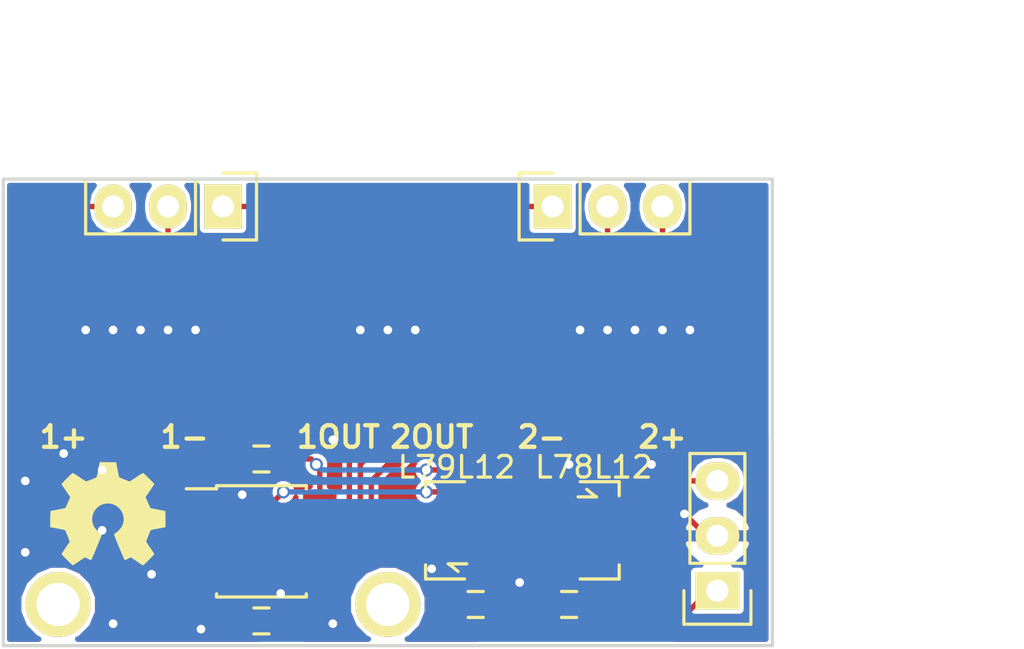
<source format=kicad_pcb>
(kicad_pcb (version 4) (host pcbnew 0.201603031449+6606~43~ubuntu14.04.1-product)

  (general
    (links 42)
    (no_connects 0)
    (area 157.404999 77.394999 193.115001 99.135001)
    (thickness 1.6)
    (drawings 12)
    (tracks 230)
    (zones 0)
    (modules 26)
    (nets 18)
  )

  (page A4)
  (layers
    (0 F.Cu signal)
    (31 B.Cu signal)
    (32 B.Adhes user)
    (33 F.Adhes user)
    (34 B.Paste user)
    (35 F.Paste user)
    (36 B.SilkS user)
    (37 F.SilkS user)
    (38 B.Mask user)
    (39 F.Mask user)
    (40 Dwgs.User user)
    (41 Cmts.User user)
    (42 Eco1.User user)
    (43 Eco2.User user)
    (44 Edge.Cuts user)
    (45 Margin user)
    (46 B.CrtYd user)
    (47 F.CrtYd user)
    (48 B.Fab user)
    (49 F.Fab user)
  )

  (setup
    (last_trace_width 0.25)
    (trace_clearance 0.2)
    (zone_clearance 0.508)
    (zone_45_only no)
    (trace_min 0.2)
    (segment_width 0.2)
    (edge_width 0.15)
    (via_size 0.6)
    (via_drill 0.4)
    (via_min_size 0.4)
    (via_min_drill 0.3)
    (uvia_size 0.3)
    (uvia_drill 0.1)
    (uvias_allowed no)
    (uvia_min_size 0.2)
    (uvia_min_drill 0.1)
    (pcb_text_width 0.3)
    (pcb_text_size 1.5 1.5)
    (mod_edge_width 0.15)
    (mod_text_size 1 1)
    (mod_text_width 0.15)
    (pad_size 1.524 1.524)
    (pad_drill 0.762)
    (pad_to_mask_clearance 0.2)
    (aux_axis_origin 0 0)
    (visible_elements FFFFFF7F)
    (pcbplotparams
      (layerselection 0x000f0_80000001)
      (usegerberextensions false)
      (excludeedgelayer true)
      (linewidth 0.100000)
      (plotframeref false)
      (viasonmask false)
      (mode 1)
      (useauxorigin false)
      (hpglpennumber 1)
      (hpglpenspeed 20)
      (hpglpendiameter 15)
      (psnegative false)
      (psa4output false)
      (plotreference true)
      (plotvalue true)
      (plotinvisibletext false)
      (padsonsilk false)
      (subtractmaskfromsilk false)
      (outputformat 1)
      (mirror false)
      (drillshape 0)
      (scaleselection 1)
      (outputdirectory gerber/))
  )

  (net 0 "")
  (net 1 GND)
  (net 2 "Net-(C1-Pad1)")
  (net 3 "Net-(C2-Pad2)")
  (net 4 /12_filter)
  (net 5 /-12_filter)
  (net 6 "Net-(P3-Pad1)")
  (net 7 "Net-(P3-Pad2)")
  (net 8 "Net-(P3-Pad3)")
  (net 9 "Net-(P4-Pad1)")
  (net 10 "Net-(P4-Pad2)")
  (net 11 "Net-(P4-Pad3)")
  (net 12 "Net-(R1-Pad1)")
  (net 13 "Net-(R2-Pad1)")
  (net 14 "Net-(R6-Pad1)")
  (net 15 "Net-(R10-Pad2)")
  (net 16 "Net-(R11-Pad1)")
  (net 17 "Net-(R10-Pad1)")

  (net_class Default "This is the default net class."
    (clearance 0.2)
    (trace_width 0.25)
    (via_dia 0.6)
    (via_drill 0.4)
    (uvia_dia 0.3)
    (uvia_drill 0.1)
    (add_net /-12_filter)
    (add_net /12_filter)
    (add_net GND)
    (add_net "Net-(C1-Pad1)")
    (add_net "Net-(C2-Pad2)")
    (add_net "Net-(P3-Pad1)")
    (add_net "Net-(P3-Pad2)")
    (add_net "Net-(P3-Pad3)")
    (add_net "Net-(P4-Pad1)")
    (add_net "Net-(P4-Pad2)")
    (add_net "Net-(P4-Pad3)")
    (add_net "Net-(R1-Pad1)")
    (add_net "Net-(R10-Pad1)")
    (add_net "Net-(R10-Pad2)")
    (add_net "Net-(R11-Pad1)")
    (add_net "Net-(R2-Pad1)")
    (add_net "Net-(R6-Pad1)")
  )

  (module Socket_Strips:Socket_Strip_Straight_1x03 (layer F.Cu) (tedit 5626BD3B) (tstamp 5623E700)
    (at 190.5 96.52 90)
    (descr "Through hole socket strip")
    (tags "socket strip")
    (path /5623D67B)
    (fp_text reference P1 (at 0 -5.1 90) (layer F.SilkS) hide
      (effects (font (size 1 1) (thickness 0.15)))
    )
    (fp_text value CONN_01X03 (at 0 -3.1 90) (layer F.Fab) hide
      (effects (font (size 1 1) (thickness 0.15)))
    )
    (fp_line (start 0 -1.55) (end -1.55 -1.55) (layer F.SilkS) (width 0.15))
    (fp_line (start -1.55 -1.55) (end -1.55 1.55) (layer F.SilkS) (width 0.15))
    (fp_line (start -1.55 1.55) (end 0 1.55) (layer F.SilkS) (width 0.15))
    (fp_line (start -1.75 -1.75) (end -1.75 1.75) (layer F.CrtYd) (width 0.05))
    (fp_line (start 6.85 -1.75) (end 6.85 1.75) (layer F.CrtYd) (width 0.05))
    (fp_line (start -1.75 -1.75) (end 6.85 -1.75) (layer F.CrtYd) (width 0.05))
    (fp_line (start -1.75 1.75) (end 6.85 1.75) (layer F.CrtYd) (width 0.05))
    (fp_line (start 1.27 -1.27) (end 6.35 -1.27) (layer F.SilkS) (width 0.15))
    (fp_line (start 6.35 -1.27) (end 6.35 1.27) (layer F.SilkS) (width 0.15))
    (fp_line (start 6.35 1.27) (end 1.27 1.27) (layer F.SilkS) (width 0.15))
    (fp_line (start 1.27 1.27) (end 1.27 -1.27) (layer F.SilkS) (width 0.15))
    (pad 1 thru_hole rect (at 0 0 90) (size 1.7272 2.032) (drill 1.016) (layers *.Cu *.Mask F.SilkS)
      (net 3 "Net-(C2-Pad2)"))
    (pad 2 thru_hole oval (at 2.54 0 90) (size 1.7272 2.032) (drill 1.016) (layers *.Cu *.Mask F.SilkS)
      (net 1 GND))
    (pad 3 thru_hole oval (at 5.08 0 90) (size 1.7272 2.032) (drill 1.016) (layers *.Cu *.Mask F.SilkS)
      (net 2 "Net-(C1-Pad1)"))
    (model Socket_Strips.3dshapes/Socket_Strip_Straight_1x03.wrl
      (at (xyz 0.1 0 0))
      (scale (xyz 1 1 1))
      (rotate (xyz 0 0 180))
    )
  )

  (module TO_SOT_Packages_SMD:SOT89-3_Housing (layer F.Cu) (tedit 562E9B5F) (tstamp 5623E709)
    (at 184.658 93.726 270)
    (descr "SOT89-3, Housing,")
    (tags "SOT89-3, Housing,")
    (path /5623D43F)
    (attr smd)
    (fp_text reference U1 (at -0.09906 -4.24942 270) (layer F.SilkS) hide
      (effects (font (size 1 1) (thickness 0.15)))
    )
    (fp_text value L78L12 (at -2.921 -0.127 360) (layer F.SilkS)
      (effects (font (size 1 1) (thickness 0.15)))
    )
    (fp_line (start -1.89992 0.20066) (end -1.651 -0.09906) (layer F.SilkS) (width 0.15))
    (fp_line (start -1.651 -0.09906) (end -1.5494 -0.24892) (layer F.SilkS) (width 0.15))
    (fp_line (start -1.5494 -0.24892) (end -1.5494 0.59944) (layer F.SilkS) (width 0.15))
    (fp_line (start -2.25044 -1.30048) (end -2.25044 0.50038) (layer F.SilkS) (width 0.15))
    (fp_line (start -2.25044 -1.30048) (end -1.6002 -1.30048) (layer F.SilkS) (width 0.15))
    (fp_line (start 2.25044 -1.30048) (end 2.25044 0.50038) (layer F.SilkS) (width 0.15))
    (fp_line (start 2.25044 -1.30048) (end 1.6002 -1.30048) (layer F.SilkS) (width 0.15))
    (pad 1 smd rect (at -1.50114 1.85166 270) (size 1.00076 1.50114) (layers F.Cu F.Paste F.Mask)
      (net 4 /12_filter))
    (pad 2 smd rect (at 0 1.85166 270) (size 1.00076 1.50114) (layers F.Cu F.Paste F.Mask)
      (net 1 GND))
    (pad 3 smd rect (at 1.50114 1.85166 270) (size 1.00076 1.50114) (layers F.Cu F.Paste F.Mask)
      (net 2 "Net-(C1-Pad1)"))
    (pad 2 smd rect (at 0 -1.09982 270) (size 1.99898 2.99974) (layers F.Cu F.Paste F.Mask)
      (net 1 GND))
    (pad 2 smd trapezoid (at 0 0.7493 90) (size 1.50114 0.7493) (rect_delta 0 0.50038 ) (layers F.Cu F.Paste F.Mask)
      (net 1 GND))
    (model TO_SOT_Packages_SMD.3dshapes/SOT89-3_Housing.wrl
      (at (xyz 0 0 0))
      (scale (xyz 0.3937 0.3937 0.3937))
      (rotate (xyz 0 0 0))
    )
  )

  (module TO_SOT_Packages_SMD:SOT89-3_Housing (layer F.Cu) (tedit 562E9B67) (tstamp 5623E712)
    (at 178.308 93.726 90)
    (descr "SOT89-3, Housing,")
    (tags "SOT89-3, Housing,")
    (path /5623D59F)
    (attr smd)
    (fp_text reference U2 (at -0.09906 -4.24942 90) (layer F.SilkS) hide
      (effects (font (size 1 1) (thickness 0.15)))
    )
    (fp_text value L79L12 (at 2.921 0.127 180) (layer F.SilkS)
      (effects (font (size 1 1) (thickness 0.15)))
    )
    (fp_line (start -1.89992 0.20066) (end -1.651 -0.09906) (layer F.SilkS) (width 0.15))
    (fp_line (start -1.651 -0.09906) (end -1.5494 -0.24892) (layer F.SilkS) (width 0.15))
    (fp_line (start -1.5494 -0.24892) (end -1.5494 0.59944) (layer F.SilkS) (width 0.15))
    (fp_line (start -2.25044 -1.30048) (end -2.25044 0.50038) (layer F.SilkS) (width 0.15))
    (fp_line (start -2.25044 -1.30048) (end -1.6002 -1.30048) (layer F.SilkS) (width 0.15))
    (fp_line (start 2.25044 -1.30048) (end 2.25044 0.50038) (layer F.SilkS) (width 0.15))
    (fp_line (start 2.25044 -1.30048) (end 1.6002 -1.30048) (layer F.SilkS) (width 0.15))
    (pad 1 smd rect (at -1.50114 1.85166 90) (size 1.00076 1.50114) (layers F.Cu F.Paste F.Mask)
      (net 1 GND))
    (pad 2 smd rect (at 0 1.85166 90) (size 1.00076 1.50114) (layers F.Cu F.Paste F.Mask)
      (net 3 "Net-(C2-Pad2)"))
    (pad 3 smd rect (at 1.50114 1.85166 90) (size 1.00076 1.50114) (layers F.Cu F.Paste F.Mask)
      (net 5 /-12_filter))
    (pad 2 smd rect (at 0 -1.09982 90) (size 1.99898 2.99974) (layers F.Cu F.Paste F.Mask)
      (net 3 "Net-(C2-Pad2)"))
    (pad 2 smd trapezoid (at 0 0.7493 270) (size 1.50114 0.7493) (rect_delta 0 0.50038 ) (layers F.Cu F.Paste F.Mask)
      (net 3 "Net-(C2-Pad2)"))
    (model TO_SOT_Packages_SMD.3dshapes/SOT89-3_Housing.wrl
      (at (xyz 0 0 0))
      (scale (xyz 0.3937 0.3937 0.3937))
      (rotate (xyz 0 0 0))
    )
  )

  (module Capacitors_SMD:C_0603_HandSoldering (layer F.Cu) (tedit 5626BD8C) (tstamp 562407B5)
    (at 183.642 97.155 180)
    (descr "Capacitor SMD 0603, hand soldering")
    (tags "capacitor 0603")
    (path /5623EE1B)
    (attr smd)
    (fp_text reference C1 (at 0 -1.9 180) (layer F.SilkS) hide
      (effects (font (size 1 1) (thickness 0.15)))
    )
    (fp_text value 330n (at 0 1.9 180) (layer F.Fab) hide
      (effects (font (size 1 1) (thickness 0.15)))
    )
    (fp_line (start -1.85 -0.75) (end 1.85 -0.75) (layer F.CrtYd) (width 0.05))
    (fp_line (start -1.85 0.75) (end 1.85 0.75) (layer F.CrtYd) (width 0.05))
    (fp_line (start -1.85 -0.75) (end -1.85 0.75) (layer F.CrtYd) (width 0.05))
    (fp_line (start 1.85 -0.75) (end 1.85 0.75) (layer F.CrtYd) (width 0.05))
    (fp_line (start -0.35 -0.6) (end 0.35 -0.6) (layer F.SilkS) (width 0.15))
    (fp_line (start 0.35 0.6) (end -0.35 0.6) (layer F.SilkS) (width 0.15))
    (pad 1 smd rect (at -0.95 0 180) (size 1.2 0.75) (layers F.Cu F.Paste F.Mask)
      (net 2 "Net-(C1-Pad1)"))
    (pad 2 smd rect (at 0.95 0 180) (size 1.2 0.75) (layers F.Cu F.Paste F.Mask)
      (net 1 GND))
    (model Capacitors_SMD.3dshapes/C_0603_HandSoldering.wrl
      (at (xyz 0 0 0))
      (scale (xyz 1 1 1))
      (rotate (xyz 0 0 0))
    )
  )

  (module Capacitors_SMD:C_0603_HandSoldering (layer F.Cu) (tedit 5626BD6F) (tstamp 562407BB)
    (at 179.324 97.155 180)
    (descr "Capacitor SMD 0603, hand soldering")
    (tags "capacitor 0603")
    (path /5623EE4A)
    (attr smd)
    (fp_text reference C2 (at 0 -1.9 180) (layer F.SilkS) hide
      (effects (font (size 1 1) (thickness 0.15)))
    )
    (fp_text value 330n (at 0 1.9 180) (layer F.Fab) hide
      (effects (font (size 1 1) (thickness 0.15)))
    )
    (fp_line (start -1.85 -0.75) (end 1.85 -0.75) (layer F.CrtYd) (width 0.05))
    (fp_line (start -1.85 0.75) (end 1.85 0.75) (layer F.CrtYd) (width 0.05))
    (fp_line (start -1.85 -0.75) (end -1.85 0.75) (layer F.CrtYd) (width 0.05))
    (fp_line (start 1.85 -0.75) (end 1.85 0.75) (layer F.CrtYd) (width 0.05))
    (fp_line (start -0.35 -0.6) (end 0.35 -0.6) (layer F.SilkS) (width 0.15))
    (fp_line (start 0.35 0.6) (end -0.35 0.6) (layer F.SilkS) (width 0.15))
    (pad 1 smd rect (at -0.95 0 180) (size 1.2 0.75) (layers F.Cu F.Paste F.Mask)
      (net 1 GND))
    (pad 2 smd rect (at 0.95 0 180) (size 1.2 0.75) (layers F.Cu F.Paste F.Mask)
      (net 3 "Net-(C2-Pad2)"))
    (model Capacitors_SMD.3dshapes/C_0603_HandSoldering.wrl
      (at (xyz 0 0 0))
      (scale (xyz 1 1 1))
      (rotate (xyz 0 0 0))
    )
  )

  (module Capacitors_SMD:C_0603_HandSoldering (layer F.Cu) (tedit 5626BD79) (tstamp 562407C1)
    (at 169.418 90.424 180)
    (descr "Capacitor SMD 0603, hand soldering")
    (tags "capacitor 0603")
    (path /5623EEE6)
    (attr smd)
    (fp_text reference C3 (at 0 -1.9 180) (layer F.SilkS) hide
      (effects (font (size 1 1) (thickness 0.15)))
    )
    (fp_text value 100n (at 0 1.9 180) (layer F.Fab) hide
      (effects (font (size 1 1) (thickness 0.15)))
    )
    (fp_line (start -1.85 -0.75) (end 1.85 -0.75) (layer F.CrtYd) (width 0.05))
    (fp_line (start -1.85 0.75) (end 1.85 0.75) (layer F.CrtYd) (width 0.05))
    (fp_line (start -1.85 -0.75) (end -1.85 0.75) (layer F.CrtYd) (width 0.05))
    (fp_line (start 1.85 -0.75) (end 1.85 0.75) (layer F.CrtYd) (width 0.05))
    (fp_line (start -0.35 -0.6) (end 0.35 -0.6) (layer F.SilkS) (width 0.15))
    (fp_line (start 0.35 0.6) (end -0.35 0.6) (layer F.SilkS) (width 0.15))
    (pad 1 smd rect (at -0.95 0 180) (size 1.2 0.75) (layers F.Cu F.Paste F.Mask)
      (net 4 /12_filter))
    (pad 2 smd rect (at 0.95 0 180) (size 1.2 0.75) (layers F.Cu F.Paste F.Mask)
      (net 1 GND))
    (model Capacitors_SMD.3dshapes/C_0603_HandSoldering.wrl
      (at (xyz 0 0 0))
      (scale (xyz 1 1 1))
      (rotate (xyz 0 0 0))
    )
  )

  (module Capacitors_SMD:C_0603_HandSoldering (layer F.Cu) (tedit 5626BD82) (tstamp 562407C7)
    (at 169.418 97.917 180)
    (descr "Capacitor SMD 0603, hand soldering")
    (tags "capacitor 0603")
    (path /5623EF60)
    (attr smd)
    (fp_text reference C4 (at 0 -1.9 180) (layer F.SilkS) hide
      (effects (font (size 1 1) (thickness 0.15)))
    )
    (fp_text value 100n (at 0 1.9 180) (layer F.Fab) hide
      (effects (font (size 1 1) (thickness 0.15)))
    )
    (fp_line (start -1.85 -0.75) (end 1.85 -0.75) (layer F.CrtYd) (width 0.05))
    (fp_line (start -1.85 0.75) (end 1.85 0.75) (layer F.CrtYd) (width 0.05))
    (fp_line (start -1.85 -0.75) (end -1.85 0.75) (layer F.CrtYd) (width 0.05))
    (fp_line (start 1.85 -0.75) (end 1.85 0.75) (layer F.CrtYd) (width 0.05))
    (fp_line (start -0.35 -0.6) (end 0.35 -0.6) (layer F.SilkS) (width 0.15))
    (fp_line (start 0.35 0.6) (end -0.35 0.6) (layer F.SilkS) (width 0.15))
    (pad 1 smd rect (at -0.95 0 180) (size 1.2 0.75) (layers F.Cu F.Paste F.Mask)
      (net 1 GND))
    (pad 2 smd rect (at 0.95 0 180) (size 1.2 0.75) (layers F.Cu F.Paste F.Mask)
      (net 5 /-12_filter))
    (model Capacitors_SMD.3dshapes/C_0603_HandSoldering.wrl
      (at (xyz 0 0 0))
      (scale (xyz 1 1 1))
      (rotate (xyz 0 0 0))
    )
  )

  (module Socket_Strips:Socket_Strip_Straight_1x03 (layer F.Cu) (tedit 5626B27D) (tstamp 562407D5)
    (at 167.64 78.74 180)
    (descr "Through hole socket strip")
    (tags "socket strip")
    (path /5624112C)
    (fp_text reference P3 (at 0 -5.1 180) (layer F.SilkS) hide
      (effects (font (size 1 1) (thickness 0.15)))
    )
    (fp_text value CONN_01X03 (at 0 -3.1 180) (layer F.Fab) hide
      (effects (font (size 1 1) (thickness 0.15)))
    )
    (fp_line (start 0 -1.55) (end -1.55 -1.55) (layer F.SilkS) (width 0.15))
    (fp_line (start -1.55 -1.55) (end -1.55 1.55) (layer F.SilkS) (width 0.15))
    (fp_line (start -1.55 1.55) (end 0 1.55) (layer F.SilkS) (width 0.15))
    (fp_line (start -1.75 -1.75) (end -1.75 1.75) (layer F.CrtYd) (width 0.05))
    (fp_line (start 6.85 -1.75) (end 6.85 1.75) (layer F.CrtYd) (width 0.05))
    (fp_line (start -1.75 -1.75) (end 6.85 -1.75) (layer F.CrtYd) (width 0.05))
    (fp_line (start -1.75 1.75) (end 6.85 1.75) (layer F.CrtYd) (width 0.05))
    (fp_line (start 1.27 -1.27) (end 6.35 -1.27) (layer F.SilkS) (width 0.15))
    (fp_line (start 6.35 -1.27) (end 6.35 1.27) (layer F.SilkS) (width 0.15))
    (fp_line (start 6.35 1.27) (end 1.27 1.27) (layer F.SilkS) (width 0.15))
    (fp_line (start 1.27 1.27) (end 1.27 -1.27) (layer F.SilkS) (width 0.15))
    (pad 1 thru_hole rect (at 0 0 180) (size 1.7272 2.032) (drill 1.016) (layers *.Cu *.Mask F.SilkS)
      (net 6 "Net-(P3-Pad1)"))
    (pad 2 thru_hole oval (at 2.54 0 180) (size 1.7272 2.032) (drill 1.016) (layers *.Cu *.Mask F.SilkS)
      (net 7 "Net-(P3-Pad2)"))
    (pad 3 thru_hole oval (at 5.08 0 180) (size 1.7272 2.032) (drill 1.016) (layers *.Cu *.Mask F.SilkS)
      (net 8 "Net-(P3-Pad3)"))
    (model Socket_Strips.3dshapes/Socket_Strip_Straight_1x03.wrl
      (at (xyz 0.1 0 0))
      (scale (xyz 1 1 1))
      (rotate (xyz 0 0 180))
    )
  )

  (module Socket_Strips:Socket_Strip_Straight_1x03 (layer F.Cu) (tedit 5626BEFB) (tstamp 562407DC)
    (at 182.88 78.74)
    (descr "Through hole socket strip")
    (tags "socket strip")
    (path /56241C97)
    (fp_text reference P4 (at 0 -5.1) (layer F.SilkS) hide
      (effects (font (size 1 1) (thickness 0.15)))
    )
    (fp_text value CONN_01X03 (at 0 -3.1) (layer F.Fab) hide
      (effects (font (size 1 1) (thickness 0.15)))
    )
    (fp_line (start 0 -1.55) (end -1.55 -1.55) (layer F.SilkS) (width 0.15))
    (fp_line (start -1.55 -1.55) (end -1.55 1.55) (layer F.SilkS) (width 0.15))
    (fp_line (start -1.55 1.55) (end 0 1.55) (layer F.SilkS) (width 0.15))
    (fp_line (start -1.75 -1.75) (end -1.75 1.75) (layer F.CrtYd) (width 0.05))
    (fp_line (start 6.85 -1.75) (end 6.85 1.75) (layer F.CrtYd) (width 0.05))
    (fp_line (start -1.75 -1.75) (end 6.85 -1.75) (layer F.CrtYd) (width 0.05))
    (fp_line (start -1.75 1.75) (end 6.85 1.75) (layer F.CrtYd) (width 0.05))
    (fp_line (start 1.27 -1.27) (end 6.35 -1.27) (layer F.SilkS) (width 0.15))
    (fp_line (start 6.35 -1.27) (end 6.35 1.27) (layer F.SilkS) (width 0.15))
    (fp_line (start 6.35 1.27) (end 1.27 1.27) (layer F.SilkS) (width 0.15))
    (fp_line (start 1.27 1.27) (end 1.27 -1.27) (layer F.SilkS) (width 0.15))
    (pad 1 thru_hole rect (at 0 0) (size 1.7272 2.032) (drill 1.016) (layers *.Cu *.Mask F.SilkS)
      (net 9 "Net-(P4-Pad1)"))
    (pad 2 thru_hole oval (at 2.54 0) (size 1.7272 2.032) (drill 1.016) (layers *.Cu *.Mask F.SilkS)
      (net 10 "Net-(P4-Pad2)"))
    (pad 3 thru_hole oval (at 5.08 0) (size 1.7272 2.032) (drill 1.016) (layers *.Cu *.Mask F.SilkS)
      (net 11 "Net-(P4-Pad3)"))
    (model Socket_Strips.3dshapes/Socket_Strip_Straight_1x03.wrl
      (at (xyz 0.1 0 0))
      (scale (xyz 1 1 1))
      (rotate (xyz 0 0 180))
    )
  )

  (module Housings_SOIC:SOIC-8_3.9x4.9mm_Pitch1.27mm (layer F.Cu) (tedit 562E847D) (tstamp 56240824)
    (at 169.418 94.234)
    (descr "8-Lead Plastic Small Outline (SN) - Narrow, 3.90 mm Body [SOIC] (see Microchip Packaging Specification 00000049BS.pdf)")
    (tags "SOIC 1.27")
    (path /5624034C)
    (attr smd)
    (fp_text reference U3 (at 0 -3.5) (layer F.SilkS) hide
      (effects (font (size 1 1) (thickness 0.15)))
    )
    (fp_text value TL072 (at -0.889 7.874) (layer F.Fab) hide
      (effects (font (size 1 1) (thickness 0.15)))
    )
    (fp_line (start -3.75 -2.75) (end -3.75 2.75) (layer F.CrtYd) (width 0.05))
    (fp_line (start 3.75 -2.75) (end 3.75 2.75) (layer F.CrtYd) (width 0.05))
    (fp_line (start -3.75 -2.75) (end 3.75 -2.75) (layer F.CrtYd) (width 0.05))
    (fp_line (start -3.75 2.75) (end 3.75 2.75) (layer F.CrtYd) (width 0.05))
    (fp_line (start -2.075 -2.575) (end -2.075 -2.43) (layer F.SilkS) (width 0.15))
    (fp_line (start 2.075 -2.575) (end 2.075 -2.43) (layer F.SilkS) (width 0.15))
    (fp_line (start 2.075 2.575) (end 2.075 2.43) (layer F.SilkS) (width 0.15))
    (fp_line (start -2.075 2.575) (end -2.075 2.43) (layer F.SilkS) (width 0.15))
    (fp_line (start -2.075 -2.575) (end 2.075 -2.575) (layer F.SilkS) (width 0.15))
    (fp_line (start -2.075 2.575) (end 2.075 2.575) (layer F.SilkS) (width 0.15))
    (fp_line (start -2.075 -2.43) (end -3.475 -2.43) (layer F.SilkS) (width 0.15))
    (pad 1 smd rect (at -2.7 -1.905) (size 1.55 0.6) (layers F.Cu F.Paste F.Mask)
      (net 16 "Net-(R11-Pad1)"))
    (pad 2 smd rect (at -2.7 -0.635) (size 1.55 0.6) (layers F.Cu F.Paste F.Mask)
      (net 13 "Net-(R2-Pad1)"))
    (pad 3 smd rect (at -2.7 0.635) (size 1.55 0.6) (layers F.Cu F.Paste F.Mask)
      (net 12 "Net-(R1-Pad1)"))
    (pad 4 smd rect (at -2.7 1.905) (size 1.55 0.6) (layers F.Cu F.Paste F.Mask)
      (net 5 /-12_filter))
    (pad 5 smd rect (at 2.7 1.905) (size 1.55 0.6) (layers F.Cu F.Paste F.Mask)
      (net 14 "Net-(R6-Pad1)"))
    (pad 6 smd rect (at 2.7 0.635) (size 1.55 0.6) (layers F.Cu F.Paste F.Mask)
      (net 15 "Net-(R10-Pad2)"))
    (pad 7 smd rect (at 2.7 -0.635) (size 1.55 0.6) (layers F.Cu F.Paste F.Mask)
      (net 17 "Net-(R10-Pad1)"))
    (pad 8 smd rect (at 2.7 -1.905) (size 1.55 0.6) (layers F.Cu F.Paste F.Mask)
      (net 4 /12_filter))
    (model Housings_SOIC.3dshapes/SOIC-8_3.9x4.9mm_Pitch1.27mm.wrl
      (at (xyz 0 0 0))
      (scale (xyz 1 1 1))
      (rotate (xyz 0 0 0))
    )
  )

  (module pad:R_0603_nodraw (layer F.Cu) (tedit 562E9F2D) (tstamp 562EA0BF)
    (at 158.75 84.455 90)
    (descr "Resistor SMD 0603, hand soldering")
    (tags "resistor 0603")
    (path /562408D4)
    (attr smd)
    (fp_text reference R1 (at 0 -1.9 90) (layer F.SilkS) hide
      (effects (font (size 1 1) (thickness 0.15)))
    )
    (fp_text value R (at 0 1.9 90) (layer F.Fab) hide
      (effects (font (size 1 1) (thickness 0.15)))
    )
    (pad 1 smd rect (at -1.1 0 90) (size 1.2 0.9) (layers F.Cu F.Paste F.Mask)
      (net 12 "Net-(R1-Pad1)"))
    (pad 2 smd rect (at 1.1 0 90) (size 1.2 0.9) (layers F.Cu F.Paste F.Mask)
      (net 8 "Net-(P3-Pad3)"))
    (model Resistors_SMD.3dshapes/R_0603_HandSoldering.wrl
      (at (xyz 0 0 0))
      (scale (xyz 1 1 1))
      (rotate (xyz 0 0 0))
    )
  )

  (module pad:R_0603_nodraw (layer F.Cu) (tedit 562E9F2D) (tstamp 562EA0C4)
    (at 168.91 84.455 90)
    (descr "Resistor SMD 0603, hand soldering")
    (tags "resistor 0603")
    (path /5624076C)
    (attr smd)
    (fp_text reference R2 (at 0 -1.9 90) (layer F.SilkS) hide
      (effects (font (size 1 1) (thickness 0.15)))
    )
    (fp_text value R (at 0 1.9 90) (layer F.Fab) hide
      (effects (font (size 1 1) (thickness 0.15)))
    )
    (pad 1 smd rect (at -1.1 0 90) (size 1.2 0.9) (layers F.Cu F.Paste F.Mask)
      (net 13 "Net-(R2-Pad1)"))
    (pad 2 smd rect (at 1.1 0 90) (size 1.2 0.9) (layers F.Cu F.Paste F.Mask)
      (net 7 "Net-(P3-Pad2)"))
    (model Resistors_SMD.3dshapes/R_0603_HandSoldering.wrl
      (at (xyz 0 0 0))
      (scale (xyz 1 1 1))
      (rotate (xyz 0 0 0))
    )
  )

  (module pad:R_0603_nodraw (layer F.Cu) (tedit 562E9F2D) (tstamp 562EA0C9)
    (at 161.29 86.36 90)
    (descr "Resistor SMD 0603, hand soldering")
    (tags "resistor 0603")
    (path /56240BA4)
    (attr smd)
    (fp_text reference R3 (at 0 -1.9 90) (layer F.SilkS) hide
      (effects (font (size 1 1) (thickness 0.15)))
    )
    (fp_text value R (at 0 1.9 90) (layer F.Fab) hide
      (effects (font (size 1 1) (thickness 0.15)))
    )
    (pad 1 smd rect (at -1.1 0 90) (size 1.2 0.9) (layers F.Cu F.Paste F.Mask)
      (net 12 "Net-(R1-Pad1)"))
    (pad 2 smd rect (at 1.1 0 90) (size 1.2 0.9) (layers F.Cu F.Paste F.Mask)
      (net 1 GND))
    (model Resistors_SMD.3dshapes/R_0603_HandSoldering.wrl
      (at (xyz 0 0 0))
      (scale (xyz 1 1 1))
      (rotate (xyz 0 0 0))
    )
  )

  (module pad:R_0603_nodraw (layer F.Cu) (tedit 562E9F2D) (tstamp 562EA0CE)
    (at 165.608 86.36 270)
    (descr "Resistor SMD 0603, hand soldering")
    (tags "resistor 0603")
    (path /56240AB5)
    (attr smd)
    (fp_text reference R4 (at 0 -1.9 270) (layer F.SilkS) hide
      (effects (font (size 1 1) (thickness 0.15)))
    )
    (fp_text value R (at 0 1.9 270) (layer F.Fab) hide
      (effects (font (size 1 1) (thickness 0.15)))
    )
    (pad 1 smd rect (at -1.1 0 270) (size 1.2 0.9) (layers F.Cu F.Paste F.Mask)
      (net 1 GND))
    (pad 2 smd rect (at 1.1 0 270) (size 1.2 0.9) (layers F.Cu F.Paste F.Mask)
      (net 13 "Net-(R2-Pad1)"))
    (model Resistors_SMD.3dshapes/R_0603_HandSoldering.wrl
      (at (xyz 0 0 0))
      (scale (xyz 1 1 1))
      (rotate (xyz 0 0 0))
    )
  )

  (module pad:R_0603_nodraw (layer F.Cu) (tedit 562E9F2D) (tstamp 562EA0D3)
    (at 170.18 87.63 180)
    (descr "Resistor SMD 0603, hand soldering")
    (tags "resistor 0603")
    (path /56240A3D)
    (attr smd)
    (fp_text reference R5 (at 0 -1.9 180) (layer F.SilkS) hide
      (effects (font (size 1 1) (thickness 0.15)))
    )
    (fp_text value R (at 0 1.9 180) (layer F.Fab) hide
      (effects (font (size 1 1) (thickness 0.15)))
    )
    (pad 1 smd rect (at -1.1 0 180) (size 1.2 0.9) (layers F.Cu F.Paste F.Mask)
      (net 16 "Net-(R11-Pad1)"))
    (pad 2 smd rect (at 1.1 0 180) (size 1.2 0.9) (layers F.Cu F.Paste F.Mask)
      (net 13 "Net-(R2-Pad1)"))
    (model Resistors_SMD.3dshapes/R_0603_HandSoldering.wrl
      (at (xyz 0 0 0))
      (scale (xyz 1 1 1))
      (rotate (xyz 0 0 0))
    )
  )

  (module pad:R_0603_nodraw (layer F.Cu) (tedit 562E9F2D) (tstamp 562EA0D8)
    (at 191.77 84.455 90)
    (descr "Resistor SMD 0603, hand soldering")
    (tags "resistor 0603")
    (path /56241847)
    (attr smd)
    (fp_text reference R6 (at 0 -1.9 90) (layer F.SilkS) hide
      (effects (font (size 1 1) (thickness 0.15)))
    )
    (fp_text value R (at 0 1.9 90) (layer F.Fab) hide
      (effects (font (size 1 1) (thickness 0.15)))
    )
    (pad 1 smd rect (at -1.1 0 90) (size 1.2 0.9) (layers F.Cu F.Paste F.Mask)
      (net 14 "Net-(R6-Pad1)"))
    (pad 2 smd rect (at 1.1 0 90) (size 1.2 0.9) (layers F.Cu F.Paste F.Mask)
      (net 11 "Net-(P4-Pad3)"))
    (model Resistors_SMD.3dshapes/R_0603_HandSoldering.wrl
      (at (xyz 0 0 0))
      (scale (xyz 1 1 1))
      (rotate (xyz 0 0 0))
    )
  )

  (module pad:R_0603_nodraw (layer F.Cu) (tedit 562E9F2D) (tstamp 562EA0DD)
    (at 181.61 84.455 90)
    (descr "Resistor SMD 0603, hand soldering")
    (tags "resistor 0603")
    (path /56241794)
    (attr smd)
    (fp_text reference R7 (at 0 -1.9 90) (layer F.SilkS) hide
      (effects (font (size 1 1) (thickness 0.15)))
    )
    (fp_text value R (at 0 1.9 90) (layer F.Fab) hide
      (effects (font (size 1 1) (thickness 0.15)))
    )
    (pad 1 smd rect (at -1.1 0 90) (size 1.2 0.9) (layers F.Cu F.Paste F.Mask)
      (net 15 "Net-(R10-Pad2)"))
    (pad 2 smd rect (at 1.1 0 90) (size 1.2 0.9) (layers F.Cu F.Paste F.Mask)
      (net 10 "Net-(P4-Pad2)"))
    (model Resistors_SMD.3dshapes/R_0603_HandSoldering.wrl
      (at (xyz 0 0 0))
      (scale (xyz 1 1 1))
      (rotate (xyz 0 0 0))
    )
  )

  (module pad:R_0603_nodraw (layer F.Cu) (tedit 562E9F2D) (tstamp 562EA0E2)
    (at 188.595 86.36 90)
    (descr "Resistor SMD 0603, hand soldering")
    (tags "resistor 0603")
    (path /5624189F)
    (attr smd)
    (fp_text reference R8 (at 0 -1.9 90) (layer F.SilkS) hide
      (effects (font (size 1 1) (thickness 0.15)))
    )
    (fp_text value R (at 0 1.9 90) (layer F.Fab) hide
      (effects (font (size 1 1) (thickness 0.15)))
    )
    (pad 1 smd rect (at -1.1 0 90) (size 1.2 0.9) (layers F.Cu F.Paste F.Mask)
      (net 14 "Net-(R6-Pad1)"))
    (pad 2 smd rect (at 1.1 0 90) (size 1.2 0.9) (layers F.Cu F.Paste F.Mask)
      (net 1 GND))
    (model Resistors_SMD.3dshapes/R_0603_HandSoldering.wrl
      (at (xyz 0 0 0))
      (scale (xyz 1 1 1))
      (rotate (xyz 0 0 0))
    )
  )

  (module pad:R_0603_nodraw (layer F.Cu) (tedit 562E9F2D) (tstamp 562EA0E7)
    (at 185.42 86.36 270)
    (descr "Resistor SMD 0603, hand soldering")
    (tags "resistor 0603")
    (path /562416A9)
    (attr smd)
    (fp_text reference R9 (at 0 -1.9 270) (layer F.SilkS) hide
      (effects (font (size 1 1) (thickness 0.15)))
    )
    (fp_text value R (at 0 1.9 270) (layer F.Fab) hide
      (effects (font (size 1 1) (thickness 0.15)))
    )
    (pad 1 smd rect (at -1.1 0 270) (size 1.2 0.9) (layers F.Cu F.Paste F.Mask)
      (net 1 GND))
    (pad 2 smd rect (at 1.1 0 270) (size 1.2 0.9) (layers F.Cu F.Paste F.Mask)
      (net 15 "Net-(R10-Pad2)"))
    (model Resistors_SMD.3dshapes/R_0603_HandSoldering.wrl
      (at (xyz 0 0 0))
      (scale (xyz 1 1 1))
      (rotate (xyz 0 0 0))
    )
  )

  (module pad:R_0603_nodraw (layer F.Cu) (tedit 562E9F2D) (tstamp 562EA0EC)
    (at 180.34 87.63)
    (descr "Resistor SMD 0603, hand soldering")
    (tags "resistor 0603")
    (path /56241601)
    (attr smd)
    (fp_text reference R10 (at 0 -1.9) (layer F.SilkS) hide
      (effects (font (size 1 1) (thickness 0.15)))
    )
    (fp_text value R (at 0 1.9) (layer F.Fab) hide
      (effects (font (size 1 1) (thickness 0.15)))
    )
    (pad 1 smd rect (at -1.1 0) (size 1.2 0.9) (layers F.Cu F.Paste F.Mask)
      (net 17 "Net-(R10-Pad1)"))
    (pad 2 smd rect (at 1.1 0) (size 1.2 0.9) (layers F.Cu F.Paste F.Mask)
      (net 15 "Net-(R10-Pad2)"))
    (model Resistors_SMD.3dshapes/R_0603_HandSoldering.wrl
      (at (xyz 0 0 0))
      (scale (xyz 1 1 1))
      (rotate (xyz 0 0 0))
    )
  )

  (module pad:R_0603_nodraw (layer F.Cu) (tedit 562E9F2D) (tstamp 562EA0F1)
    (at 171.45 84.455 90)
    (descr "Resistor SMD 0603, hand soldering")
    (tags "resistor 0603")
    (path /5626B31C)
    (attr smd)
    (fp_text reference R11 (at 0 -1.9 90) (layer F.SilkS) hide
      (effects (font (size 1 1) (thickness 0.15)))
    )
    (fp_text value R (at 0 1.9 90) (layer F.Fab) hide
      (effects (font (size 1 1) (thickness 0.15)))
    )
    (pad 1 smd rect (at -1.1 0 90) (size 1.2 0.9) (layers F.Cu F.Paste F.Mask)
      (net 16 "Net-(R11-Pad1)"))
    (pad 2 smd rect (at 1.1 0 90) (size 1.2 0.9) (layers F.Cu F.Paste F.Mask)
      (net 6 "Net-(P3-Pad1)"))
    (model Resistors_SMD.3dshapes/R_0603_HandSoldering.wrl
      (at (xyz 0 0 0))
      (scale (xyz 1 1 1))
      (rotate (xyz 0 0 0))
    )
  )

  (module pad:R_0603_nodraw (layer F.Cu) (tedit 562E9F2D) (tstamp 562EA0F6)
    (at 179.07 84.455 90)
    (descr "Resistor SMD 0603, hand soldering")
    (tags "resistor 0603")
    (path /5626B5A4)
    (attr smd)
    (fp_text reference R12 (at 0 -1.9 90) (layer F.SilkS) hide
      (effects (font (size 1 1) (thickness 0.15)))
    )
    (fp_text value R (at 0 1.9 90) (layer F.Fab) hide
      (effects (font (size 1 1) (thickness 0.15)))
    )
    (pad 1 smd rect (at -1.1 0 90) (size 1.2 0.9) (layers F.Cu F.Paste F.Mask)
      (net 17 "Net-(R10-Pad1)"))
    (pad 2 smd rect (at 1.1 0 90) (size 1.2 0.9) (layers F.Cu F.Paste F.Mask)
      (net 9 "Net-(P4-Pad1)"))
    (model Resistors_SMD.3dshapes/R_0603_HandSoldering.wrl
      (at (xyz 0 0 0))
      (scale (xyz 1 1 1))
      (rotate (xyz 0 0 0))
    )
  )

  (module mechanics:hole_2mm (layer F.Cu) (tedit 52A4DA31) (tstamp 562EA216)
    (at 160.02 97.155)
    (fp_text reference hole_2mm (at 0 -3.4) (layer F.SilkS) hide
      (effects (font (thickness 0.3048)))
    )
    (fp_text value VAL** (at 0 3) (layer F.SilkS) hide
      (effects (font (thickness 0.3048)))
    )
    (pad 1 thru_hole circle (at 0 0) (size 3 3) (drill 2) (layers *.Cu *.Mask F.SilkS))
  )

  (module mechanics:hole_2mm (layer F.Cu) (tedit 52A4DA31) (tstamp 562EA21F)
    (at 175.26 97.155)
    (fp_text reference hole_2mm (at 0 -3.4) (layer F.SilkS) hide
      (effects (font (thickness 0.3048)))
    )
    (fp_text value VAL** (at 0 3) (layer F.SilkS) hide
      (effects (font (thickness 0.3048)))
    )
    (pad 1 thru_hole circle (at 0 0) (size 3 3) (drill 2) (layers *.Cu *.Mask F.SilkS))
  )

  (module mechanics:hole_2mm (layer F.Cu) (tedit 562EA2E3) (tstamp 562EA263)
    (at 196.215 76.2)
    (fp_text reference hole_2mm (at 0 -3.4) (layer F.SilkS) hide
      (effects (font (thickness 0.3048)))
    )
    (fp_text value VAL** (at 0 3) (layer F.SilkS) hide
      (effects (font (thickness 0.3048)))
    )
  )

  (module oshw:logo_xs (layer F.Cu) (tedit 0) (tstamp 562EA4FB)
    (at 162.306 92.964)
    (fp_text reference G*** (at 0 0) (layer F.SilkS) hide
      (effects (font (thickness 0.3)))
    )
    (fp_text value LOGO (at 0.75 0) (layer F.SilkS) hide
      (effects (font (thickness 0.3)))
    )
    (fp_poly (pts (xy 0.015925 -2.389813) (xy 0.392184 -2.386263) (xy 0.455186 -2.047436) (xy 0.474224 -1.948175)
      (xy 0.492134 -1.860748) (xy 0.5082 -1.788282) (xy 0.521708 -1.733903) (xy 0.531942 -1.700736)
      (xy 0.536489 -1.692042) (xy 0.555113 -1.681346) (xy 0.593614 -1.663315) (xy 0.647003 -1.63997)
      (xy 0.710291 -1.613328) (xy 0.778491 -1.585409) (xy 0.846612 -1.558232) (xy 0.909667 -1.533815)
      (xy 0.962665 -1.514177) (xy 1.00062 -1.501338) (xy 1.017804 -1.497263) (xy 1.034262 -1.504559)
      (xy 1.06948 -1.525094) (xy 1.12027 -1.556841) (xy 1.183443 -1.597771) (xy 1.255809 -1.645856)
      (xy 1.322559 -1.691105) (xy 1.400741 -1.743811) (xy 1.472989 -1.791067) (xy 1.536007 -1.830831)
      (xy 1.586495 -1.861062) (xy 1.621157 -1.879717) (xy 1.635643 -1.884947) (xy 1.653625 -1.877221)
      (xy 1.68525 -1.853465) (xy 1.731487 -1.812812) (xy 1.793301 -1.754395) (xy 1.871662 -1.677348)
      (xy 1.908816 -1.640153) (xy 1.974585 -1.573417) (xy 2.03362 -1.512332) (xy 2.083409 -1.459593)
      (xy 2.121441 -1.417895) (xy 2.145203 -1.389934) (xy 2.152316 -1.378821) (xy 2.145013 -1.363783)
      (xy 2.124434 -1.329857) (xy 2.092568 -1.280107) (xy 2.051407 -1.217593) (xy 2.00294 -1.145377)
      (xy 1.951098 -1.069342) (xy 1.74988 -0.776401) (xy 1.858822 -0.522372) (xy 1.898361 -0.432346)
      (xy 1.932466 -0.359086) (xy 1.960053 -0.30475) (xy 1.980039 -0.271494) (xy 1.989856 -0.261509)
      (xy 2.008779 -0.257201) (xy 2.050068 -0.248771) (xy 2.109802 -0.236987) (xy 2.184061 -0.222616)
      (xy 2.268925 -0.206426) (xy 2.329367 -0.195017) (xy 2.418525 -0.17803) (xy 2.499121 -0.162234)
      (xy 2.567367 -0.148409) (xy 2.619475 -0.137331) (xy 2.651658 -0.129779) (xy 2.660236 -0.127049)
      (xy 2.664537 -0.111047) (xy 2.668075 -0.069786) (xy 2.670796 -0.004735) (xy 2.672649 0.082637)
      (xy 2.67358 0.190862) (xy 2.673684 0.247042) (xy 2.673684 0.612823) (xy 2.636921 0.620346)
      (xy 2.612644 0.625038) (xy 2.566799 0.633652) (xy 2.504117 0.645307) (xy 2.429332 0.659125)
      (xy 2.347177 0.674225) (xy 2.339473 0.675637) (xy 2.255939 0.69113) (xy 2.178471 0.705843)
      (xy 2.112051 0.718803) (xy 2.061657 0.729037) (xy 2.03227 0.735574) (xy 2.031192 0.735851)
      (xy 2.015036 0.740635) (xy 2.001553 0.74772) (xy 1.988903 0.760409) (xy 1.975247 0.782006)
      (xy 1.958746 0.815814) (xy 1.937561 0.865136) (xy 1.909851 0.933276) (xy 1.880798 1.005945)
      (xy 1.849896 1.084237) (xy 1.822713 1.154718) (xy 1.800732 1.213402) (xy 1.785442 1.256304)
      (xy 1.778327 1.279438) (xy 1.778 1.281705) (xy 1.785294 1.297518) (xy 1.805738 1.331888)
      (xy 1.837177 1.381451) (xy 1.877454 1.442843) (xy 1.924413 1.5127) (xy 1.950823 1.551351)
      (xy 2.011936 1.640364) (xy 2.059452 1.71002) (xy 2.094914 1.763001) (xy 2.11986 1.80199)
      (xy 2.135831 1.82967) (xy 2.144367 1.848724) (xy 2.147009 1.861835) (xy 2.145295 1.871686)
      (xy 2.140767 1.880958) (xy 2.140412 1.881605) (xy 2.127679 1.897154) (xy 2.098597 1.928623)
      (xy 2.05589 1.973193) (xy 2.002283 2.028047) (xy 1.9405 2.090367) (xy 1.886707 2.144013)
      (xy 1.800752 2.228305) (xy 1.732292 2.293193) (xy 1.680868 2.339085) (xy 1.646019 2.366389)
      (xy 1.627286 2.375511) (xy 1.625573 2.375247) (xy 1.609109 2.36569) (xy 1.574063 2.343159)
      (xy 1.523831 2.309914) (xy 1.461806 2.26821) (xy 1.391382 2.220306) (xy 1.351353 2.192859)
      (xy 1.277932 2.142615) (xy 1.2112 2.097399) (xy 1.154525 2.059459) (xy 1.111275 2.031038)
      (xy 1.08482 2.014384) (xy 1.078706 2.011075) (xy 1.059875 2.014206) (xy 1.023571 2.02828)
      (xy 0.975483 2.050881) (xy 0.934398 2.072361) (xy 0.867292 2.106978) (xy 0.820889 2.126297)
      (xy 0.794232 2.130695) (xy 0.790014 2.129207) (xy 0.780653 2.114448) (xy 0.7627 2.077919)
      (xy 0.737392 2.022609) (xy 0.705966 1.951506) (xy 0.66966 1.867601) (xy 0.629711 1.773881)
      (xy 0.587355 1.673335) (xy 0.543831 1.568952) (xy 0.500376 1.463722) (xy 0.458226 1.360632)
      (xy 0.418619 1.262672) (xy 0.382793 1.172831) (xy 0.351984 1.094097) (xy 0.32743 1.02946)
      (xy 0.310368 0.981907) (xy 0.302035 0.954429) (xy 0.301526 0.949158) (xy 0.315813 0.931984)
      (xy 0.346291 0.907007) (xy 0.38227 0.882316) (xy 0.449337 0.832356) (xy 0.51906 0.767776)
      (xy 0.584542 0.695986) (xy 0.638891 0.624392) (xy 0.668402 0.574879) (xy 0.718312 0.448745)
      (xy 0.743345 0.321096) (xy 0.745058 0.194449) (xy 0.725004 0.071323) (xy 0.684738 -0.045763)
      (xy 0.625815 -0.154292) (xy 0.549789 -0.251745) (xy 0.458216 -0.335604) (xy 0.352651 -0.40335)
      (xy 0.234647 -0.452466) (xy 0.10576 -0.480434) (xy 0.013368 -0.486086) (xy -0.122185 -0.473832)
      (xy -0.247854 -0.438744) (xy -0.36209 -0.383334) (xy -0.463339 -0.310114) (xy -0.550052 -0.221596)
      (xy -0.620676 -0.120293) (xy -0.673661 -0.008716) (xy -0.707455 0.110622) (xy -0.720507 0.23521)
      (xy -0.711265 0.362535) (xy -0.678178 0.490085) (xy -0.641735 0.574742) (xy -0.599773 0.642353)
      (xy -0.541484 0.715491) (xy -0.47387 0.786617) (xy -0.40393 0.848192) (xy -0.356164 0.882316)
      (xy -0.31678 0.909388) (xy -0.287313 0.933861) (xy -0.2749 0.949158) (xy -0.278398 0.965496)
      (xy -0.291242 1.003398) (xy -0.312196 1.059877) (xy -0.340021 1.131943) (xy -0.373482 1.216609)
      (xy -0.411342 1.310885) (xy -0.452363 1.411783) (xy -0.495309 1.516314) (xy -0.538943 1.62149)
      (xy -0.582028 1.724323) (xy -0.623327 1.821823) (xy -0.661604 1.911002) (xy -0.695621 1.988872)
      (xy -0.724142 2.052444) (xy -0.745929 2.09873) (xy -0.759747 2.124741) (xy -0.763278 2.129207)
      (xy -0.784316 2.12912) (xy -0.82482 2.114223) (xy -0.885745 2.084139) (xy -0.907662 2.072361)
      (xy -0.960915 2.044878) (xy -1.006722 2.02408) (xy -1.039397 2.012383) (xy -1.05197 2.011075)
      (xy -1.067968 2.02045) (xy -1.102578 2.042803) (xy -1.152429 2.075888) (xy -1.214155 2.117458)
      (xy -1.284387 2.165269) (xy -1.324616 2.192859) (xy -1.398148 2.243159) (xy -1.465102 2.288469)
      (xy -1.522084 2.326531) (xy -1.5657 2.355089) (xy -1.592555 2.371885) (xy -1.598868 2.375259)
      (xy -1.61436 2.369492) (xy -1.645641 2.345927) (xy -1.693219 2.304111) (xy -1.757603 2.243591)
      (xy -1.839299 2.163914) (xy -1.872376 2.131119) (xy -1.939669 2.063539) (xy -2.000234 2.001514)
      (xy -2.051591 1.947685) (xy -2.091255 1.904691) (xy -2.116744 1.875174) (xy -2.125579 1.861851)
      (xy -2.118279 1.846442) (xy -2.097757 1.812301) (xy -2.066081 1.762631) (xy -2.025322 1.700633)
      (xy -1.977547 1.629508) (xy -1.938421 1.572196) (xy -1.886736 1.496286) (xy -1.840521 1.427051)
      (xy -1.801845 1.367706) (xy -1.772779 1.321462) (xy -1.755393 1.291532) (xy -1.751263 1.281736)
      (xy -1.756038 1.264317) (xy -1.769369 1.226105) (xy -1.789772 1.171089) (xy -1.815761 1.103253)
      (xy -1.84585 1.026585) (xy -1.854061 1.005945) (xy -1.888534 0.919805) (xy -1.914968 0.855204)
      (xy -1.935203 0.808839) (xy -1.951077 0.777406) (xy -1.96443 0.757599) (xy -1.977103 0.746114)
      (xy -1.990934 0.739647) (xy -2.004456 0.735763) (xy -2.026788 0.730821) (xy -2.069719 0.722111)
      (xy -2.128739 0.710489) (xy -2.199332 0.696809) (xy -2.276986 0.681927) (xy -2.357187 0.666699)
      (xy -2.435422 0.65198) (xy -2.507178 0.638626) (xy -2.567942 0.627492) (xy -2.613199 0.619434)
      (xy -2.638437 0.615307) (xy -2.641837 0.614947) (xy -2.644379 0.602274) (xy -2.646214 0.567017)
      (xy -2.647388 0.513315) (xy -2.647948 0.445312) (xy -2.647941 0.367148) (xy -2.647412 0.282964)
      (xy -2.646408 0.196902) (xy -2.644977 0.113103) (xy -2.643163 0.035709) (xy -2.641015 -0.031139)
      (xy -2.638578 -0.0833) (xy -2.635899 -0.116633) (xy -2.6335 -0.127049) (xy -2.617078 -0.131751)
      (xy -2.578147 -0.140508) (xy -2.520496 -0.152545) (xy -2.447912 -0.167081) (xy -2.364183 -0.18334)
      (xy -2.302631 -0.195017) (xy -2.212881 -0.211993) (xy -2.131126 -0.22766) (xy -2.061286 -0.241252)
      (xy -2.007282 -0.252001) (xy -1.973034 -0.259138) (xy -1.963119 -0.261509) (xy -1.950026 -0.276263)
      (xy -1.928462 -0.313831) (xy -1.899508 -0.372056) (xy -1.86425 -0.448781) (xy -1.832086 -0.522372)
      (xy -1.723143 -0.776401) (xy -1.924361 -1.069342) (xy -1.977991 -1.148019) (xy -2.026237 -1.219948)
      (xy -2.067108 -1.28207) (xy -2.098615 -1.331321) (xy -2.118766 -1.364641) (xy -2.125579 -1.378821)
      (xy -2.116499 -1.392416) (xy -2.090932 -1.422129) (xy -2.05139 -1.465262) (xy -2.000385 -1.519121)
      (xy -1.94043 -1.581009) (xy -1.88208 -1.640153) (xy -1.798599 -1.723237) (xy -1.731802 -1.787767)
      (xy -1.680353 -1.834938) (xy -1.642911 -1.865945) (xy -1.61814 -1.881982) (xy -1.607974 -1.884947)
      (xy -1.588115 -1.87745) (xy -1.549529 -1.856191) (xy -1.495196 -1.823021) (xy -1.428094 -1.77979)
      (xy -1.351203 -1.728348) (xy -1.30671 -1.697842) (xy -1.230288 -1.645505) (xy -1.159775 -1.598146)
      (xy -1.098565 -1.557972) (xy -1.050053 -1.527187) (xy -1.017631 -1.507995) (xy -1.006263 -1.502623)
      (xy -0.985626 -1.505098) (xy -0.945365 -1.51627) (xy -0.890413 -1.534259) (xy -0.825701 -1.557186)
      (xy -0.756161 -1.583169) (xy -0.686724 -1.61033) (xy -0.622323 -1.636788) (xy -0.56789 -1.660662)
      (xy -0.528356 -1.680074) (xy -0.509994 -1.691801) (xy -0.502345 -1.70935) (xy -0.490981 -1.749622)
      (xy -0.476743 -1.808993) (xy -0.460476 -1.88384) (xy -0.443023 -1.97054) (xy -0.433505 -2.020457)
      (xy -0.41667 -2.110076) (xy -0.401103 -2.192239) (xy -0.38759 -2.262854) (xy -0.376918 -2.317831)
      (xy -0.369871 -2.353077) (xy -0.367705 -2.363076) (xy -0.360334 -2.393362) (xy 0.015925 -2.389813)) (layer F.SilkS) (width 0.01))
  )

  (gr_text 2+ (at 187.96 89.408) (layer F.SilkS)
    (effects (font (size 1 1) (thickness 0.2)))
  )
  (gr_text 2- (at 182.372 89.408) (layer F.SilkS)
    (effects (font (size 1 1) (thickness 0.2)))
  )
  (gr_text 2OUT (at 177.292 89.408) (layer F.SilkS)
    (effects (font (size 1 1) (thickness 0.2)))
  )
  (gr_text 1OUT (at 172.974 89.408) (layer F.SilkS)
    (effects (font (size 1 1) (thickness 0.2)))
  )
  (gr_text 1- (at 165.862 89.408) (layer F.SilkS)
    (effects (font (size 1 1) (thickness 0.2)))
  )
  (gr_text 1+ (at 160.274 89.408) (layer F.SilkS)
    (effects (font (size 1 1) (thickness 0.2)))
  )
  (dimension 35.56 (width 0.3) (layer Dwgs.User)
    (gr_text "35,560 mm" (at 175.26 71.040001) (layer Dwgs.User)
      (effects (font (size 1.5 1.5) (thickness 0.3)))
    )
    (feature1 (pts (xy 157.48 74.93) (xy 157.48 69.690001)))
    (feature2 (pts (xy 193.04 74.93) (xy 193.04 69.690001)))
    (crossbar (pts (xy 193.04 72.390001) (xy 157.48 72.390001)))
    (arrow1a (pts (xy 157.48 72.390001) (xy 158.606504 71.80358)))
    (arrow1b (pts (xy 157.48 72.390001) (xy 158.606504 72.976422)))
    (arrow2a (pts (xy 193.04 72.390001) (xy 191.913496 71.80358)))
    (arrow2b (pts (xy 193.04 72.390001) (xy 191.913496 72.976422)))
  )
  (dimension 21.59 (width 0.3) (layer Dwgs.User)
    (gr_text "21,590 mm" (at 202.01 88.265 270) (layer Dwgs.User)
      (effects (font (size 1.5 1.5) (thickness 0.3)))
    )
    (feature1 (pts (xy 196.85 99.06) (xy 203.36 99.06)))
    (feature2 (pts (xy 196.85 77.47) (xy 203.36 77.47)))
    (crossbar (pts (xy 200.66 77.47) (xy 200.66 99.06)))
    (arrow1a (pts (xy 200.66 99.06) (xy 200.073579 97.933496)))
    (arrow1b (pts (xy 200.66 99.06) (xy 201.246421 97.933496)))
    (arrow2a (pts (xy 200.66 77.47) (xy 200.073579 78.596504)))
    (arrow2b (pts (xy 200.66 77.47) (xy 201.246421 78.596504)))
  )
  (gr_line (start 157.48 99.06) (end 157.48 77.47) (angle 90) (layer Edge.Cuts) (width 0.15))
  (gr_line (start 193.04 99.06) (end 157.48 99.06) (angle 90) (layer Edge.Cuts) (width 0.15))
  (gr_line (start 193.04 77.47) (end 193.04 99.06) (angle 90) (layer Edge.Cuts) (width 0.15))
  (gr_line (start 157.48 77.47) (end 193.04 77.47) (angle 90) (layer Edge.Cuts) (width 0.15))

  (segment (start 188.976 92.964) (end 188.976 92.202) (width 0.25) (layer B.Cu) (net 1))
  (via (at 183.642 90.678) (size 0.6) (drill 0.4) (layers F.Cu B.Cu) (net 1))
  (segment (start 187.452 90.678) (end 183.642 90.678) (width 0.25) (layer F.Cu) (net 1) (tstamp 562EA3F5))
  (via (at 187.452 90.678) (size 0.6) (drill 0.4) (layers F.Cu B.Cu) (net 1))
  (segment (start 188.976 92.202) (end 187.452 90.678) (width 0.25) (layer B.Cu) (net 1) (tstamp 562EA3EE))
  (segment (start 170.307 96.647) (end 165.227 96.647) (width 0.25) (layer B.Cu) (net 1))
  (via (at 166.624 98.298) (size 0.6) (drill 0.4) (layers F.Cu B.Cu) (net 1))
  (segment (start 162.814 98.298) (end 166.624 98.298) (width 0.25) (layer F.Cu) (net 1) (tstamp 562EA3E5))
  (segment (start 162.56 98.044) (end 162.814 98.298) (width 0.25) (layer F.Cu) (net 1) (tstamp 562EA3E4))
  (via (at 162.56 98.044) (size 0.6) (drill 0.4) (layers F.Cu B.Cu) (net 1))
  (segment (start 162.56 96.012) (end 162.56 98.044) (width 0.25) (layer B.Cu) (net 1) (tstamp 562EA3DD))
  (segment (start 161.29 94.742) (end 162.56 96.012) (width 0.25) (layer B.Cu) (net 1) (tstamp 562EA3DA))
  (segment (start 158.496 94.742) (end 161.29 94.742) (width 0.25) (layer B.Cu) (net 1) (tstamp 562EA3D9))
  (via (at 158.496 94.742) (size 0.6) (drill 0.4) (layers F.Cu B.Cu) (net 1))
  (segment (start 158.496 91.44) (end 158.496 94.742) (width 0.25) (layer F.Cu) (net 1) (tstamp 562EA3D6))
  (via (at 158.496 91.44) (size 0.6) (drill 0.4) (layers F.Cu B.Cu) (net 1))
  (segment (start 159.004 91.44) (end 158.496 91.44) (width 0.25) (layer B.Cu) (net 1) (tstamp 562EA3D1))
  (segment (start 160.274 90.17) (end 159.004 91.44) (width 0.25) (layer B.Cu) (net 1) (tstamp 562EA3D0))
  (via (at 160.274 90.17) (size 0.6) (drill 0.4) (layers F.Cu B.Cu) (net 1))
  (segment (start 161.29 90.17) (end 160.274 90.17) (width 0.25) (layer F.Cu) (net 1) (tstamp 562EA3CE))
  (segment (start 162.052 90.932) (end 161.29 90.17) (width 0.25) (layer F.Cu) (net 1) (tstamp 562EA3CD))
  (via (at 162.052 90.932) (size 0.6) (drill 0.4) (layers F.Cu B.Cu) (net 1))
  (segment (start 162.052 93.726) (end 162.052 90.932) (width 0.25) (layer B.Cu) (net 1) (tstamp 562EA3C9))
  (via (at 162.052 93.726) (size 0.6) (drill 0.4) (layers F.Cu B.Cu) (net 1))
  (segment (start 162.306 93.726) (end 162.052 93.726) (width 0.25) (layer F.Cu) (net 1) (tstamp 562EA3C7))
  (segment (start 164.338 95.758) (end 162.306 93.726) (width 0.25) (layer F.Cu) (net 1) (tstamp 562EA3C6))
  (via (at 164.338 95.758) (size 0.6) (drill 0.4) (layers F.Cu B.Cu) (net 1))
  (segment (start 165.227 96.647) (end 164.338 95.758) (width 0.25) (layer B.Cu) (net 1) (tstamp 562EA3C0))
  (segment (start 170.307 96.647) (end 171.323 96.647) (width 0.25) (layer B.Cu) (net 1))
  (via (at 172.72 98.044) (size 0.6) (drill 0.4) (layers F.Cu B.Cu) (net 1))
  (segment (start 171.323 96.647) (end 172.72 98.044) (width 0.25) (layer B.Cu) (net 1) (tstamp 562EA3AE))
  (segment (start 175.006 93.98) (end 175.768 93.98) (width 0.25) (layer B.Cu) (net 1))
  (via (at 177.292 95.504) (size 0.6) (drill 0.4) (layers F.Cu B.Cu) (net 1))
  (segment (start 175.768 93.98) (end 177.292 95.504) (width 0.25) (layer B.Cu) (net 1) (tstamp 562EA376))
  (segment (start 170.307 96.647) (end 170.307 96.393) (width 0.25) (layer B.Cu) (net 1))
  (segment (start 179.197 93.98) (end 181.356 96.139) (width 0.25) (layer B.Cu) (net 1) (tstamp 562EA22C))
  (segment (start 172.72 93.98) (end 175.006 93.98) (width 0.25) (layer B.Cu) (net 1) (tstamp 562EA228))
  (segment (start 175.006 93.98) (end 179.197 93.98) (width 0.25) (layer B.Cu) (net 1) (tstamp 562EA374))
  (segment (start 170.307 96.393) (end 172.72 93.98) (width 0.25) (layer B.Cu) (net 1) (tstamp 562EA226))
  (segment (start 168.468 90.424) (end 168.468 92.014) (width 0.25) (layer F.Cu) (net 1))
  (segment (start 168.468 92.014) (end 168.529 92.075) (width 0.25) (layer F.Cu) (net 1) (tstamp 562E8C98))
  (segment (start 173.99 84.455) (end 173.99 88.265) (width 0.25) (layer B.Cu) (net 1))
  (via (at 172.72 89.535) (size 0.6) (drill 0.4) (layers F.Cu B.Cu) (net 1))
  (segment (start 173.99 88.265) (end 172.72 89.535) (width 0.25) (layer B.Cu) (net 1) (tstamp 562E8B99))
  (segment (start 166.37 84.455) (end 173.99 84.455) (width 0.25) (layer B.Cu) (net 1))
  (via (at 176.53 84.455) (size 0.6) (drill 0.4) (layers F.Cu B.Cu) (net 1))
  (segment (start 175.26 84.455) (end 176.53 84.455) (width 0.25) (layer B.Cu) (net 1) (tstamp 562E8B31))
  (via (at 175.26 84.455) (size 0.6) (drill 0.4) (layers F.Cu B.Cu) (net 1))
  (segment (start 173.99 84.455) (end 175.26 84.455) (width 0.25) (layer F.Cu) (net 1) (tstamp 562E8B2E))
  (via (at 173.99 84.455) (size 0.6) (drill 0.4) (layers F.Cu B.Cu) (net 1))
  (segment (start 165.608 85.26) (end 165.608 84.963) (width 0.25) (layer F.Cu) (net 1))
  (segment (start 165.608 84.963) (end 165.1 84.455) (width 0.25) (layer F.Cu) (net 1) (tstamp 562E8B16))
  (segment (start 161.29 84.455) (end 161.29 85.26) (width 0.25) (layer F.Cu) (net 1) (tstamp 562E8B24))
  (via (at 161.29 84.455) (size 0.6) (drill 0.4) (layers F.Cu B.Cu) (net 1))
  (segment (start 162.56 84.455) (end 161.29 84.455) (width 0.25) (layer B.Cu) (net 1) (tstamp 562E8B21))
  (via (at 162.56 84.455) (size 0.6) (drill 0.4) (layers F.Cu B.Cu) (net 1))
  (segment (start 163.83 84.455) (end 162.56 84.455) (width 0.25) (layer F.Cu) (net 1) (tstamp 562E8B1E))
  (via (at 163.83 84.455) (size 0.6) (drill 0.4) (layers F.Cu B.Cu) (net 1))
  (segment (start 165.1 84.455) (end 163.83 84.455) (width 0.25) (layer B.Cu) (net 1) (tstamp 562E8B1B))
  (via (at 165.1 84.455) (size 0.6) (drill 0.4) (layers F.Cu B.Cu) (net 1))
  (segment (start 168.529 92.075) (end 168.529 86.614) (width 0.25) (layer B.Cu) (net 1))
  (segment (start 166.37 84.455) (end 165.608 85.217) (width 0.25) (layer F.Cu) (net 1) (tstamp 562E8B03))
  (via (at 166.37 84.455) (size 0.6) (drill 0.4) (layers F.Cu B.Cu) (net 1))
  (segment (start 168.529 86.614) (end 166.37 84.455) (width 0.25) (layer B.Cu) (net 1) (tstamp 562E8AFD))
  (segment (start 165.608 85.217) (end 165.608 85.26) (width 0.25) (layer F.Cu) (net 1) (tstamp 562E8B04))
  (segment (start 185.42 85.26) (end 184.955 85.26) (width 0.25) (layer F.Cu) (net 1))
  (segment (start 188.595 88.9) (end 188.595 93.345) (width 0.25) (layer B.Cu) (net 1) (tstamp 562E8A81))
  (segment (start 184.15 84.455) (end 188.595 88.9) (width 0.25) (layer B.Cu) (net 1) (tstamp 562E8A80))
  (via (at 184.15 84.455) (size 0.6) (drill 0.4) (layers F.Cu B.Cu) (net 1))
  (segment (start 184.955 85.26) (end 184.15 84.455) (width 0.25) (layer F.Cu) (net 1) (tstamp 562E8A76))
  (segment (start 188.595 85.26) (end 188.595 85.09) (width 0.25) (layer F.Cu) (net 1))
  (segment (start 188.595 85.09) (end 189.23 84.455) (width 0.25) (layer F.Cu) (net 1) (tstamp 562E8A68))
  (via (at 189.23 84.455) (size 0.6) (drill 0.4) (layers F.Cu B.Cu) (net 1))
  (segment (start 189.23 84.455) (end 187.96 84.455) (width 0.25) (layer B.Cu) (net 1) (tstamp 562E8A6A))
  (via (at 187.96 84.455) (size 0.6) (drill 0.4) (layers F.Cu B.Cu) (net 1))
  (segment (start 187.96 84.455) (end 186.69 84.455) (width 0.25) (layer F.Cu) (net 1) (tstamp 562E8A6D))
  (via (at 186.69 84.455) (size 0.6) (drill 0.4) (layers F.Cu B.Cu) (net 1))
  (segment (start 186.69 84.455) (end 185.42 84.455) (width 0.25) (layer B.Cu) (net 1) (tstamp 562E8A70))
  (via (at 185.42 84.455) (size 0.6) (drill 0.4) (layers F.Cu B.Cu) (net 1))
  (segment (start 185.42 84.455) (end 185.42 85.26) (width 0.25) (layer F.Cu) (net 1) (tstamp 562E8A73))
  (segment (start 190.5 93.98) (end 189.992 93.98) (width 0.25) (layer F.Cu) (net 1))
  (segment (start 189.992 93.98) (end 188.976 92.964) (width 0.25) (layer F.Cu) (net 1) (tstamp 562E89A1))
  (via (at 188.976 92.964) (size 0.6) (drill 0.4) (layers F.Cu B.Cu) (net 1))
  (segment (start 188.976 92.964) (end 188.595 93.345) (width 0.25) (layer B.Cu) (net 1) (tstamp 562E89AA))
  (segment (start 181.356 96.139) (end 180.44414 95.22714) (width 0.25) (layer F.Cu) (net 1) (tstamp 562E89B9))
  (via (at 181.356 96.139) (size 0.6) (drill 0.4) (layers F.Cu B.Cu) (net 1))
  (segment (start 188.595 93.345) (end 185.801 96.139) (width 0.25) (layer B.Cu) (net 1) (tstamp 562E8A8F))
  (segment (start 185.801 96.139) (end 181.356 96.139) (width 0.25) (layer B.Cu) (net 1) (tstamp 562E89AB))
  (segment (start 180.44414 95.22714) (end 180.15966 95.22714) (width 0.25) (layer F.Cu) (net 1) (tstamp 562E89BA))
  (segment (start 182.80634 93.726) (end 185.75782 93.726) (width 0.25) (layer F.Cu) (net 1))
  (segment (start 190.246 93.726) (end 190.5 93.98) (width 0.25) (layer F.Cu) (net 1) (tstamp 562E8943))
  (segment (start 180.15966 95.22714) (end 180.74386 95.22714) (width 0.25) (layer F.Cu) (net 1))
  (segment (start 180.74386 95.22714) (end 181.61 94.361) (width 0.25) (layer F.Cu) (net 1) (tstamp 562E893A))
  (segment (start 181.864 93.726) (end 182.80634 93.726) (width 0.25) (layer F.Cu) (net 1) (tstamp 562E8940))
  (segment (start 181.61 93.98) (end 181.864 93.726) (width 0.25) (layer F.Cu) (net 1) (tstamp 562E893D))
  (segment (start 181.61 94.361) (end 181.61 93.98) (width 0.25) (layer F.Cu) (net 1) (tstamp 562E893C))
  (segment (start 180.274 97.155) (end 182.692 97.155) (width 0.25) (layer F.Cu) (net 1))
  (segment (start 180.15966 95.22714) (end 180.15966 97.04066) (width 0.25) (layer F.Cu) (net 1))
  (segment (start 180.15966 97.04066) (end 180.274 97.155) (width 0.25) (layer F.Cu) (net 1) (tstamp 562E8935))
  (segment (start 170.368 96.708) (end 170.368 97.917) (width 0.25) (layer F.Cu) (net 1) (tstamp 562E8928))
  (segment (start 170.307 96.647) (end 170.368 96.708) (width 0.25) (layer F.Cu) (net 1) (tstamp 562E8927))
  (via (at 170.307 96.647) (size 0.6) (drill 0.4) (layers F.Cu B.Cu) (net 1))
  (segment (start 170.307 93.853) (end 170.307 96.647) (width 0.25) (layer B.Cu) (net 1) (tstamp 562E8923))
  (segment (start 168.529 92.075) (end 170.307 93.853) (width 0.25) (layer B.Cu) (net 1) (tstamp 562E8922))
  (via (at 168.529 92.075) (size 0.6) (drill 0.4) (layers F.Cu B.Cu) (net 1))
  (segment (start 168.468 92.014) (end 168.529 92.075) (width 0.25) (layer F.Cu) (net 1) (tstamp 562E891C))
  (segment (start 184.592 97.155) (end 184.592 97.0128) (width 0.25) (layer F.Cu) (net 2))
  (segment (start 184.592 97.0128) (end 182.80634 95.22714) (width 0.25) (layer F.Cu) (net 2) (tstamp 562E8A99))
  (segment (start 190.5 91.44) (end 188.722 91.44) (width 0.25) (layer F.Cu) (net 2))
  (segment (start 187.198 97.155) (end 184.592 97.155) (width 0.25) (layer F.Cu) (net 2) (tstamp 562E8994))
  (segment (start 188.087 96.266) (end 187.198 97.155) (width 0.25) (layer F.Cu) (net 2) (tstamp 562E8990))
  (segment (start 188.087 92.075) (end 188.087 96.266) (width 0.25) (layer F.Cu) (net 2) (tstamp 562E898C))
  (segment (start 188.722 91.44) (end 188.087 92.075) (width 0.25) (layer F.Cu) (net 2) (tstamp 562E8987))
  (segment (start 180.15966 93.726) (end 179.0573 93.726) (width 0.25) (layer F.Cu) (net 3))
  (segment (start 180.15966 93.726) (end 177.20818 93.726) (width 0.25) (layer F.Cu) (net 3))
  (segment (start 178.374 97.155) (end 178.374 94.89182) (width 0.25) (layer F.Cu) (net 3))
  (segment (start 178.374 94.89182) (end 177.20818 93.726) (width 0.25) (layer F.Cu) (net 3) (tstamp 562E895E))
  (segment (start 190.5 96.52) (end 190.119 96.52) (width 0.25) (layer F.Cu) (net 3))
  (segment (start 190.119 96.52) (end 188.214 98.425) (width 0.25) (layer F.Cu) (net 3) (tstamp 562E894B))
  (segment (start 188.214 98.425) (end 179.644 98.425) (width 0.25) (layer F.Cu) (net 3) (tstamp 562E8950))
  (segment (start 179.644 98.425) (end 178.374 97.155) (width 0.25) (layer F.Cu) (net 3) (tstamp 562E8959))
  (segment (start 172.118 92.329) (end 172.118 90.838) (width 0.25) (layer F.Cu) (net 4))
  (segment (start 172.118 90.838) (end 171.958 90.678) (width 0.25) (layer F.Cu) (net 4) (tstamp 562E8C81))
  (segment (start 170.368 90.424) (end 171.704 90.424) (width 0.25) (layer F.Cu) (net 4))
  (segment (start 182.80634 91.36634) (end 182.80634 92.22486) (width 0.25) (layer F.Cu) (net 4) (tstamp 562E85DD))
  (segment (start 182.372 90.932) (end 182.80634 91.36634) (width 0.25) (layer F.Cu) (net 4) (tstamp 562E85DC))
  (segment (start 177.038 90.932) (end 182.372 90.932) (width 0.25) (layer F.Cu) (net 4) (tstamp 562E85DB))
  (via (at 177.038 90.932) (size 0.6) (drill 0.4) (layers F.Cu B.Cu) (net 4))
  (segment (start 172.212 90.932) (end 177.038 90.932) (width 0.25) (layer B.Cu) (net 4) (tstamp 562E85C6))
  (segment (start 171.958 90.678) (end 172.212 90.932) (width 0.25) (layer B.Cu) (net 4) (tstamp 562E85C5))
  (via (at 171.958 90.678) (size 0.6) (drill 0.4) (layers F.Cu B.Cu) (net 4))
  (segment (start 171.704 90.424) (end 171.958 90.678) (width 0.25) (layer F.Cu) (net 4) (tstamp 562E8C7D))
  (segment (start 168.468 97.917) (end 168.468 96.139) (width 0.25) (layer F.Cu) (net 5))
  (segment (start 168.468 96.139) (end 168.529 96.139) (width 0.25) (layer F.Cu) (net 5) (tstamp 562E8911))
  (segment (start 168.849 93.533) (end 168.849 95.819) (width 0.25) (layer F.Cu) (net 5))
  (segment (start 179.60086 92.22486) (end 179.324 91.948) (width 0.25) (layer F.Cu) (net 5) (tstamp 562E85FD))
  (segment (start 179.324 91.948) (end 177.038 91.948) (width 0.25) (layer F.Cu) (net 5) (tstamp 562E8601))
  (via (at 177.038 91.948) (size 0.6) (drill 0.4) (layers F.Cu B.Cu) (net 5))
  (segment (start 177.038 91.948) (end 170.434 91.948) (width 0.25) (layer B.Cu) (net 5) (tstamp 562E8608))
  (via (at 170.434 91.948) (size 0.6) (drill 0.4) (layers F.Cu B.Cu) (net 5))
  (segment (start 170.434 91.948) (end 168.849 93.533) (width 0.25) (layer F.Cu) (net 5) (tstamp 562E8611))
  (segment (start 168.529 96.139) (end 166.718 96.139) (width 0.25) (layer F.Cu) (net 5) (tstamp 562E890E))
  (segment (start 168.849 95.819) (end 168.529 96.139) (width 0.25) (layer F.Cu) (net 5) (tstamp 562E8906))
  (segment (start 180.15966 92.22486) (end 179.60086 92.22486) (width 0.25) (layer F.Cu) (net 5))
  (segment (start 170.815 78.74) (end 171.45 79.375) (width 0.25) (layer F.Cu) (net 6))
  (segment (start 171.45 79.375) (end 171.45 83.355) (width 0.25) (layer F.Cu) (net 6))
  (segment (start 167.64 78.74) (end 170.815 78.74) (width 0.25) (layer F.Cu) (net 6))
  (segment (start 168.275 81.28) (end 168.91 81.915) (width 0.25) (layer F.Cu) (net 7))
  (segment (start 168.91 81.915) (end 168.91 83.355) (width 0.25) (layer F.Cu) (net 7))
  (segment (start 165.1 81.28) (end 168.275 81.28) (width 0.25) (layer F.Cu) (net 7))
  (segment (start 165.1 78.74) (end 165.1 81.28) (width 0.25) (layer F.Cu) (net 7))
  (segment (start 159.385 78.74) (end 158.75 79.375) (width 0.25) (layer F.Cu) (net 8))
  (segment (start 158.75 79.375) (end 158.75 83.355) (width 0.25) (layer F.Cu) (net 8))
  (segment (start 162.56 78.74) (end 159.385 78.74) (width 0.25) (layer F.Cu) (net 8))
  (segment (start 179.07 79.375) (end 179.705 78.74) (width 0.25) (layer F.Cu) (net 9))
  (segment (start 179.705 78.74) (end 182.88 78.74) (width 0.25) (layer F.Cu) (net 9))
  (segment (start 179.07 83.355) (end 179.07 79.375) (width 0.25) (layer F.Cu) (net 9))
  (segment (start 182.245 81.28) (end 181.61 81.915) (width 0.25) (layer F.Cu) (net 10))
  (segment (start 181.61 81.915) (end 181.61 83.355) (width 0.25) (layer F.Cu) (net 10))
  (segment (start 185.42 81.28) (end 182.245 81.28) (width 0.25) (layer F.Cu) (net 10))
  (segment (start 185.42 78.74) (end 185.42 81.28) (width 0.25) (layer F.Cu) (net 10))
  (segment (start 191.135 81.28) (end 191.77 81.915) (width 0.25) (layer F.Cu) (net 11))
  (segment (start 191.77 81.915) (end 191.77 83.355) (width 0.25) (layer F.Cu) (net 11))
  (segment (start 187.96 81.28) (end 191.135 81.28) (width 0.25) (layer F.Cu) (net 11))
  (segment (start 187.96 78.74) (end 187.96 81.28) (width 0.25) (layer F.Cu) (net 11))
  (segment (start 166.718 94.869) (end 164.973 94.869) (width 0.25) (layer F.Cu) (net 12))
  (segment (start 162.771 87.46) (end 161.29 87.46) (width 0.25) (layer F.Cu) (net 12) (tstamp 562E8886))
  (segment (start 163.195 87.884) (end 162.771 87.46) (width 0.25) (layer F.Cu) (net 12) (tstamp 562E8885))
  (segment (start 163.195 93.091) (end 163.195 87.884) (width 0.25) (layer F.Cu) (net 12) (tstamp 562E8883))
  (segment (start 164.973 94.869) (end 163.195 93.091) (width 0.25) (layer F.Cu) (net 12) (tstamp 562E8881))
  (segment (start 161.29 87.46) (end 159.088 87.46) (width 0.25) (layer F.Cu) (net 12))
  (segment (start 158.75 87.122) (end 158.75 85.555) (width 0.25) (layer F.Cu) (net 12) (tstamp 562E850A))
  (segment (start 159.088 87.46) (end 158.75 87.122) (width 0.25) (layer F.Cu) (net 12) (tstamp 562E8508))
  (segment (start 166.718 93.599) (end 164.846 93.599) (width 0.25) (layer F.Cu) (net 13))
  (segment (start 164.592 88.265) (end 165.397 87.46) (width 0.25) (layer F.Cu) (net 13) (tstamp 562E888C))
  (segment (start 164.592 93.345) (end 164.592 88.265) (width 0.25) (layer F.Cu) (net 13) (tstamp 562E888B))
  (segment (start 164.846 93.599) (end 164.592 93.345) (width 0.25) (layer F.Cu) (net 13) (tstamp 562E888A))
  (segment (start 165.397 87.46) (end 165.608 87.46) (width 0.25) (layer F.Cu) (net 13) (tstamp 562E888D))
  (segment (start 169.08 87.63) (end 165.778 87.63) (width 0.25) (layer F.Cu) (net 13))
  (segment (start 165.778 87.63) (end 165.608 87.46) (width 0.25) (layer F.Cu) (net 13) (tstamp 562E886F))
  (segment (start 168.91 85.555) (end 168.91 87.46) (width 0.25) (layer F.Cu) (net 13))
  (segment (start 168.91 87.46) (end 169.08 87.63) (width 0.25) (layer F.Cu) (net 13) (tstamp 562E886C))
  (segment (start 172.118 96.139) (end 173.101 96.139) (width 0.25) (layer F.Cu) (net 14))
  (segment (start 173.355 95.885) (end 174.498 94.742) (width 0.25) (layer F.Cu) (net 14) (tstamp 562E856F))
  (segment (start 174.498 94.742) (end 174.498 91.44) (width 0.25) (layer F.Cu) (net 14) (tstamp 562E8574))
  (segment (start 174.498 91.44) (end 175.26 90.678) (width 0.25) (layer F.Cu) (net 14) (tstamp 562E857B))
  (segment (start 175.26 90.678) (end 175.768 90.678) (width 0.25) (layer F.Cu) (net 14) (tstamp 562E857C))
  (segment (start 175.768 90.678) (end 176.53 89.916) (width 0.25) (layer F.Cu) (net 14) (tstamp 562E857E))
  (segment (start 176.53 89.916) (end 180.594 89.916) (width 0.25) (layer F.Cu) (net 14) (tstamp 562E8581))
  (segment (start 180.594 89.916) (end 181.102 89.408) (width 0.25) (layer F.Cu) (net 14) (tstamp 562E8584))
  (segment (start 181.102 89.408) (end 186.647 89.408) (width 0.25) (layer F.Cu) (net 14) (tstamp 562E8589))
  (segment (start 186.647 89.408) (end 188.595 87.46) (width 0.25) (layer F.Cu) (net 14) (tstamp 562E858D))
  (segment (start 173.101 96.139) (end 173.355 95.885) (width 0.25) (layer F.Cu) (net 14) (tstamp 562E8C2E))
  (segment (start 188.595 87.46) (end 191.432 87.46) (width 0.25) (layer F.Cu) (net 14))
  (segment (start 191.77 87.122) (end 191.77 85.555) (width 0.25) (layer F.Cu) (net 14) (tstamp 562E8594))
  (segment (start 191.432 87.46) (end 191.77 87.122) (width 0.25) (layer F.Cu) (net 14) (tstamp 562E8593))
  (segment (start 181.44 87.63) (end 185.25 87.63) (width 0.25) (layer F.Cu) (net 15))
  (segment (start 185.25 87.63) (end 185.42 87.46) (width 0.25) (layer F.Cu) (net 15))
  (segment (start 181.44 87.63) (end 181.44 85.725) (width 0.25) (layer F.Cu) (net 15))
  (segment (start 181.44 85.725) (end 181.61 85.555) (width 0.25) (layer F.Cu) (net 15))
  (segment (start 172.118 94.869) (end 173.101 94.869) (width 0.25) (layer F.Cu) (net 15))
  (segment (start 173.99 93.98) (end 173.355 94.615) (width 0.25) (layer F.Cu) (net 15) (tstamp 562E8567))
  (segment (start 173.99 90.678) (end 173.99 93.98) (width 0.25) (layer F.Cu) (net 15) (tstamp 562E8563))
  (segment (start 174.752 89.916) (end 173.99 90.678) (width 0.25) (layer F.Cu) (net 15) (tstamp 562E8560))
  (segment (start 175.514 89.916) (end 174.752 89.916) (width 0.25) (layer F.Cu) (net 15) (tstamp 562E855E))
  (segment (start 176.276 89.154) (end 175.514 89.916) (width 0.25) (layer F.Cu) (net 15) (tstamp 562E855C))
  (segment (start 180.34 89.154) (end 176.276 89.154) (width 0.25) (layer F.Cu) (net 15) (tstamp 562E8559))
  (segment (start 180.34 89.154) (end 181.44 88.054) (width 0.25) (layer F.Cu) (net 15) (tstamp 562E8556))
  (segment (start 173.101 94.869) (end 173.355 94.615) (width 0.25) (layer F.Cu) (net 15) (tstamp 562E8C19))
  (segment (start 181.44 87.63) (end 181.44 88.054) (width 0.25) (layer F.Cu) (net 15))
  (segment (start 172.72 94.869) (end 172.118 94.869) (width 0.25) (layer F.Cu) (net 15) (tstamp 562E854B) (status 30))
  (segment (start 171.28 87.63) (end 171.28 85.725) (width 0.25) (layer F.Cu) (net 16))
  (segment (start 171.28 85.725) (end 171.45 85.555) (width 0.25) (layer F.Cu) (net 16) (tstamp 562E8872))
  (segment (start 166.718 92.329) (end 166.845 89.695) (width 0.25) (layer F.Cu) (net 16) (status 10))
  (segment (start 171.28 88.308) (end 171.28 87.63) (width 0.25) (layer F.Cu) (net 16) (tstamp 562E84F5))
  (segment (start 170.307 89.281) (end 171.28 88.308) (width 0.25) (layer F.Cu) (net 16) (tstamp 562E84F4))
  (segment (start 167.259 89.281) (end 170.307 89.281) (width 0.25) (layer F.Cu) (net 16) (tstamp 562E84F3))
  (segment (start 166.845 89.695) (end 167.259 89.281) (width 0.25) (layer F.Cu) (net 16) (tstamp 562E84F2))
  (segment (start 171.13 87.63) (end 171.28 87.63) (width 0.25) (layer F.Cu) (net 16))
  (segment (start 179.24 87.63) (end 179.24 85.725) (width 0.25) (layer F.Cu) (net 17))
  (segment (start 179.24 85.725) (end 179.07 85.555) (width 0.25) (layer F.Cu) (net 17))
  (segment (start 172.118 93.599) (end 172.847 93.599) (width 0.25) (layer F.Cu) (net 17))
  (segment (start 172.847 93.599) (end 173.482 92.964) (width 0.25) (layer F.Cu) (net 17) (tstamp 562E8C3E))
  (segment (start 176.784 87.63) (end 179.24 87.63) (width 0.25) (layer F.Cu) (net 17) (tstamp 562E8539))
  (segment (start 175.26 89.154) (end 176.784 87.63) (width 0.25) (layer F.Cu) (net 17) (tstamp 562E8536))
  (segment (start 174.244 89.154) (end 175.26 89.154) (width 0.25) (layer F.Cu) (net 17) (tstamp 562E8534))
  (segment (start 173.482 89.916) (end 174.244 89.154) (width 0.25) (layer F.Cu) (net 17) (tstamp 562E8531))
  (segment (start 173.482 92.71) (end 173.482 89.916) (width 0.25) (layer F.Cu) (net 17) (tstamp 562E852D))
  (segment (start 173.482 92.964) (end 173.482 92.71) (width 0.25) (layer F.Cu) (net 17) (tstamp 562E8C41))
  (segment (start 172.118 93.599) (end 172.72 93.599) (width 0.25) (layer F.Cu) (net 17) (status 30))

  (zone (net 8) (net_name "Net-(P3-Pad3)") (layer F.Cu) (tstamp 5626B37C) (hatch edge 0.508)
    (connect_pads yes (clearance 0.508))
    (min_thickness 0.254)
    (fill yes (arc_segments 16) (thermal_gap 0.508) (thermal_bridge_width 0.508))
    (polygon
      (pts
        (xy 163.576 82.296) (xy 159.766 82.296) (xy 159.766 84.201) (xy 157.734 84.201) (xy 157.734 80.264)
        (xy 163.576 80.264) (xy 163.576 82.296)
      )
    )
    (filled_polygon
      (pts
        (xy 163.449 82.169) (xy 159.766 82.169) (xy 159.71659 82.179006) (xy 159.674965 82.207447) (xy 159.647685 82.249841)
        (xy 159.639 82.296) (xy 159.639 84.074) (xy 158.19 84.074) (xy 158.19 80.391) (xy 163.449 80.391)
      )
    )
  )
  (zone (net 1) (net_name GND) (layer F.Cu) (tstamp 5626B8B1) (hatch edge 0.508)
    (connect_pads yes (clearance 0.508))
    (min_thickness 0.254)
    (fill yes (arc_segments 16) (thermal_gap 0.508) (thermal_bridge_width 0.508))
    (polygon
      (pts
        (xy 167.386 86.106) (xy 160.274 86.106) (xy 160.274 82.804) (xy 167.386 82.804) (xy 167.386 86.106)
      )
    )
    (filled_polygon
      (pts
        (xy 167.259 85.979) (xy 160.401 85.979) (xy 160.401 82.931) (xy 167.259 82.931)
      )
    )
  )
  (zone (net 7) (net_name "Net-(P3-Pad2)") (layer F.Cu) (tstamp 5626B965) (hatch edge 0.508)
    (connect_pads yes (clearance 0.508))
    (min_thickness 0.254)
    (fill yes (arc_segments 16) (thermal_gap 0.508) (thermal_bridge_width 0.508))
    (polygon
      (pts
        (xy 169.926 84.201) (xy 167.894 84.201) (xy 167.894 82.296) (xy 164.084 82.296) (xy 164.084 80.264)
        (xy 169.926 80.264) (xy 169.926 84.074)
      )
    )
    (filled_polygon
      (pts
        (xy 166.7764 80.40344) (xy 168.5036 80.40344) (xy 168.569713 80.391) (xy 169.799 80.391) (xy 169.799 84.074)
        (xy 168.021 84.074) (xy 168.021 82.296) (xy 168.010994 82.24659) (xy 167.982553 82.204965) (xy 167.940159 82.177685)
        (xy 167.894 82.169) (xy 164.211 82.169) (xy 164.211 80.391) (xy 166.714969 80.391)
      )
    )
  )
  (zone (net 13) (net_name "Net-(R2-Pad1)") (layer F.Cu) (tstamp 5626B987) (hatch edge 0.508)
    (connect_pads yes (clearance 0.508))
    (min_thickness 0.254)
    (fill yes (arc_segments 16) (thermal_gap 0.508) (thermal_bridge_width 0.508))
    (polygon
      (pts
        (xy 169.926 88.646) (xy 164.084 88.646) (xy 164.084 86.614) (xy 167.894 86.614) (xy 167.894 84.709)
        (xy 169.926 84.709) (xy 169.926 88.646)
      )
    )
    (filled_polygon
      (pts
        (xy 169.799 88.519) (xy 164.211 88.519) (xy 164.211 86.741) (xy 167.894 86.741) (xy 167.94341 86.730994)
        (xy 167.985035 86.702553) (xy 168.012315 86.660159) (xy 168.021 86.614) (xy 168.021 84.836) (xy 169.799 84.836)
      )
    )
  )
  (zone (net 12) (net_name "Net-(R1-Pad1)") (layer F.Cu) (tstamp 5626BA56) (hatch edge 0.508)
    (connect_pads yes (clearance 0.508))
    (min_thickness 0.254)
    (fill yes (arc_segments 16) (thermal_gap 0.508) (thermal_bridge_width 0.508))
    (polygon
      (pts
        (xy 159.766 86.614) (xy 163.576 86.614) (xy 163.576 88.646) (xy 157.734 88.646) (xy 157.734 84.709)
        (xy 159.766 84.709) (xy 159.766 86.614)
      )
    )
    (filled_polygon
      (pts
        (xy 159.639 86.614) (xy 159.649006 86.66341) (xy 159.677447 86.705035) (xy 159.719841 86.732315) (xy 159.766 86.741)
        (xy 163.449 86.741) (xy 163.449 88.519) (xy 158.19 88.519) (xy 158.19 84.836) (xy 159.639 84.836)
      )
    )
  )
  (zone (net 16) (net_name "Net-(R11-Pad1)") (layer F.Cu) (tstamp 5626BA9C) (hatch edge 0.508)
    (connect_pads yes (clearance 0))
    (min_thickness 0.254)
    (fill yes (arc_segments 16) (thermal_gap 0.508) (thermal_bridge_width 0.508))
    (polygon
      (pts
        (xy 172.466 88.646) (xy 170.434 88.646) (xy 170.434 84.709) (xy 172.466 84.709) (xy 172.466 86.614)
        (xy 175.006 86.614) (xy 175.006 88.646)
      )
    )
    (filled_polygon
      (pts
        (xy 172.339 86.614) (xy 172.349006 86.66341) (xy 172.377447 86.705035) (xy 172.419841 86.732315) (xy 172.466 86.741)
        (xy 174.879 86.741) (xy 174.879 88.519) (xy 170.561 88.519) (xy 170.561 84.836) (xy 172.339 84.836)
      )
    )
  )
  (zone (net 6) (net_name "Net-(P3-Pad1)") (layer F.Cu) (tstamp 5626BADC) (hatch edge 0.508)
    (connect_pads yes (clearance 0.508))
    (min_thickness 0.254)
    (fill yes (arc_segments 16) (thermal_gap 0.508) (thermal_bridge_width 0.508))
    (polygon
      (pts
        (xy 172.466 84.201) (xy 170.434 84.201) (xy 170.434 80.264) (xy 175.006 80.264) (xy 175.006 82.296)
        (xy 172.466 82.296) (xy 172.466 84.074)
      )
    )
    (filled_polygon
      (pts
        (xy 174.879 82.169) (xy 172.466 82.169) (xy 172.41659 82.179006) (xy 172.374965 82.207447) (xy 172.347685 82.249841)
        (xy 172.339 82.296) (xy 172.339 84.074) (xy 170.561 84.074) (xy 170.561 80.391) (xy 174.879 80.391)
      )
    )
  )
  (zone (net 1) (net_name GND) (layer F.Cu) (tstamp 5626BC4D) (hatch edge 0.508)
    (connect_pads yes (clearance 0.508))
    (min_thickness 0.254)
    (fill yes (arc_segments 16) (thermal_gap 0.508) (thermal_bridge_width 0.508))
    (polygon
      (pts
        (xy 175.006 86.106) (xy 172.974 86.106) (xy 172.974 82.804) (xy 177.546 82.804) (xy 177.546 86.106)
      )
    )
    (filled_polygon
      (pts
        (xy 177.419 85.979) (xy 173.101 85.979) (xy 173.101 82.931) (xy 177.419 82.931)
      )
    )
  )
  (zone (net 1) (net_name GND) (layer F.Cu) (tstamp 5626C075) (hatch edge 0.508)
    (connect_pads yes (clearance 0.508))
    (min_thickness 0.254)
    (fill yes (arc_segments 16) (thermal_gap 0.508) (thermal_bridge_width 0.508))
    (polygon
      (pts
        (xy 183.134 82.804) (xy 190.246 82.804) (xy 190.246 86.106) (xy 183.134 86.106) (xy 183.134 82.804)
      )
    )
    (filled_polygon
      (pts
        (xy 190.119 85.979) (xy 183.261 85.979) (xy 183.261 82.931) (xy 190.119 82.931)
      )
    )
  )
  (zone (net 14) (net_name "Net-(R6-Pad1)") (layer F.Cu) (tstamp 5626C087) (hatch edge 0.508)
    (connect_pads yes (clearance 0.508))
    (min_thickness 0.254)
    (fill yes (arc_segments 16) (thermal_gap 0.508) (thermal_bridge_width 0.508))
    (polygon
      (pts
        (xy 186.944 86.614) (xy 190.754 86.614) (xy 190.754 84.709) (xy 192.786 84.709) (xy 192.786 88.646)
        (xy 186.944 88.646) (xy 186.944 86.614)
      )
    )
    (filled_polygon
      (pts
        (xy 192.33 88.519) (xy 187.071 88.519) (xy 187.071 86.741) (xy 190.754 86.741) (xy 190.80341 86.730994)
        (xy 190.845035 86.702553) (xy 190.872315 86.660159) (xy 190.881 86.614) (xy 190.881 84.836) (xy 192.33 84.836)
      )
    )
  )
  (zone (net 15) (net_name "Net-(R10-Pad2)") (layer F.Cu) (tstamp 5626C0A0) (hatch edge 0.508)
    (connect_pads yes (clearance 0.508))
    (min_thickness 0.254)
    (fill yes (arc_segments 16) (thermal_gap 0.508) (thermal_bridge_width 0.508))
    (polygon
      (pts
        (xy 180.594 84.709) (xy 182.626 84.709) (xy 182.626 86.614) (xy 186.436 86.614) (xy 186.436 88.646)
        (xy 180.594 88.646) (xy 180.594 84.836)
      )
    )
    (filled_polygon
      (pts
        (xy 182.499 86.614) (xy 182.509006 86.66341) (xy 182.537447 86.705035) (xy 182.579841 86.732315) (xy 182.626 86.741)
        (xy 186.309 86.741) (xy 186.309 88.519) (xy 180.721 88.519) (xy 180.721 84.836) (xy 182.499 84.836)
      )
    )
  )
  (zone (net 11) (net_name "Net-(P4-Pad3)") (layer F.Cu) (tstamp 5626C0C7) (hatch edge 0.508)
    (connect_pads yes (clearance 0.508))
    (min_thickness 0.254)
    (fill yes (arc_segments 16) (thermal_gap 0.508) (thermal_bridge_width 0.508))
    (polygon
      (pts
        (xy 190.754 82.296) (xy 186.944 82.296) (xy 186.944 80.264) (xy 192.786 80.264) (xy 192.786 84.201)
        (xy 190.754 84.201) (xy 190.754 82.296)
      )
    )
    (filled_polygon
      (pts
        (xy 192.33 84.074) (xy 190.881 84.074) (xy 190.881 82.296) (xy 190.870994 82.24659) (xy 190.842553 82.204965)
        (xy 190.800159 82.177685) (xy 190.754 82.169) (xy 187.071 82.169) (xy 187.071 80.391) (xy 192.33 80.391)
      )
    )
  )
  (zone (net 10) (net_name "Net-(P4-Pad2)") (layer F.Cu) (tstamp 5626C12F) (hatch edge 0.508)
    (connect_pads yes (clearance 0.508))
    (min_thickness 0.254)
    (fill yes (arc_segments 16) (thermal_gap 0.508) (thermal_bridge_width 0.508))
    (polygon
      (pts
        (xy 180.594 80.264) (xy 186.436 80.264) (xy 186.436 82.296) (xy 182.626 82.296) (xy 182.626 84.201)
        (xy 180.594 84.201) (xy 180.594 80.264)
      )
    )
    (filled_polygon
      (pts
        (xy 182.0164 80.40344) (xy 183.7436 80.40344) (xy 183.809713 80.391) (xy 186.309 80.391) (xy 186.309 82.169)
        (xy 182.626 82.169) (xy 182.57659 82.179006) (xy 182.534965 82.207447) (xy 182.507685 82.249841) (xy 182.499 82.296)
        (xy 182.499 84.074) (xy 180.721 84.074) (xy 180.721 80.391) (xy 181.954969 80.391)
      )
    )
  )
  (zone (net 9) (net_name "Net-(P4-Pad1)") (layer F.Cu) (tstamp 5626C149) (hatch edge 0.508)
    (connect_pads yes (clearance 0.508))
    (min_thickness 0.254)
    (fill yes (arc_segments 16) (thermal_gap 0.508) (thermal_bridge_width 0.508))
    (polygon
      (pts
        (xy 175.514 80.264) (xy 180.086 80.264) (xy 180.086 84.201) (xy 178.054 84.201) (xy 178.054 82.296)
        (xy 175.514 82.296)
      )
    )
    (filled_polygon
      (pts
        (xy 179.959 84.074) (xy 178.181 84.074) (xy 178.181 82.296) (xy 178.170994 82.24659) (xy 178.142553 82.204965)
        (xy 178.100159 82.177685) (xy 178.054 82.169) (xy 175.641 82.169) (xy 175.641 80.391) (xy 179.959 80.391)
      )
    )
  )
  (zone (net 17) (net_name "Net-(R10-Pad1)") (layer F.Cu) (tstamp 5626C158) (hatch edge 0.508)
    (connect_pads yes (clearance 0))
    (min_thickness 0.254)
    (fill yes (arc_segments 16) (thermal_gap 0.508) (thermal_bridge_width 0.508))
    (polygon
      (pts
        (xy 178.054 84.709) (xy 180.086 84.709) (xy 180.086 88.646) (xy 175.514 88.646) (xy 175.514 86.614)
        (xy 178.054 86.614)
      )
    )
    (filled_polygon
      (pts
        (xy 179.959 88.519) (xy 175.641 88.519) (xy 175.641 86.741) (xy 178.054 86.741) (xy 178.10341 86.730994)
        (xy 178.145035 86.702553) (xy 178.172315 86.660159) (xy 178.181 86.614) (xy 178.181 84.836) (xy 179.959 84.836)
      )
    )
  )
  (zone (net 1) (net_name GND) (layer B.Cu) (tstamp 562E8647) (hatch edge 0.508)
    (connect_pads (clearance 0.1))
    (min_thickness 0.254)
    (fill yes (arc_segments 16) (thermal_gap 0.508) (thermal_bridge_width 0.508))
    (polygon
      (pts
        (xy 193.04 99.06) (xy 157.48 99.06) (xy 157.48 77.47) (xy 193.04 77.47) (xy 193.04 99.06)
      )
    )
    (filled_polygon
      (pts
        (xy 161.460029 78.105666) (xy 161.3694 78.561289) (xy 161.3694 78.918711) (xy 161.460029 79.374334) (xy 161.718119 79.760592)
        (xy 162.104377 80.018682) (xy 162.56 80.109311) (xy 163.015623 80.018682) (xy 163.401881 79.760592) (xy 163.659971 79.374334)
        (xy 163.7506 78.918711) (xy 163.7506 78.561289) (xy 163.659971 78.105666) (xy 163.437022 77.772) (xy 164.222978 77.772)
        (xy 164.000029 78.105666) (xy 163.9094 78.561289) (xy 163.9094 78.918711) (xy 164.000029 79.374334) (xy 164.258119 79.760592)
        (xy 164.644377 80.018682) (xy 165.1 80.109311) (xy 165.555623 80.018682) (xy 165.941881 79.760592) (xy 166.199971 79.374334)
        (xy 166.2906 78.918711) (xy 166.2906 78.561289) (xy 166.199971 78.105666) (xy 165.977022 77.772) (xy 166.442994 77.772)
        (xy 166.442994 79.756) (xy 166.465795 79.877179) (xy 166.537412 79.988474) (xy 166.646686 80.063138) (xy 166.7764 80.089406)
        (xy 168.5036 80.089406) (xy 168.624779 80.066605) (xy 168.736074 79.994988) (xy 168.810738 79.885714) (xy 168.837006 79.756)
        (xy 168.837006 77.772) (xy 181.682994 77.772) (xy 181.682994 79.756) (xy 181.705795 79.877179) (xy 181.777412 79.988474)
        (xy 181.886686 80.063138) (xy 182.0164 80.089406) (xy 183.7436 80.089406) (xy 183.864779 80.066605) (xy 183.976074 79.994988)
        (xy 184.050738 79.885714) (xy 184.077006 79.756) (xy 184.077006 77.772) (xy 184.542978 77.772) (xy 184.320029 78.105666)
        (xy 184.2294 78.561289) (xy 184.2294 78.918711) (xy 184.320029 79.374334) (xy 184.578119 79.760592) (xy 184.964377 80.018682)
        (xy 185.42 80.109311) (xy 185.875623 80.018682) (xy 186.261881 79.760592) (xy 186.519971 79.374334) (xy 186.6106 78.918711)
        (xy 186.6106 78.561289) (xy 186.519971 78.105666) (xy 186.297022 77.772) (xy 187.082978 77.772) (xy 186.860029 78.105666)
        (xy 186.7694 78.561289) (xy 186.7694 78.918711) (xy 186.860029 79.374334) (xy 187.118119 79.760592) (xy 187.504377 80.018682)
        (xy 187.96 80.109311) (xy 188.415623 80.018682) (xy 188.801881 79.760592) (xy 189.059971 79.374334) (xy 189.1506 78.918711)
        (xy 189.1506 78.561289) (xy 189.059971 78.105666) (xy 188.837022 77.772) (xy 192.738 77.772) (xy 192.738 98.758)
        (xy 176.164704 98.758) (xy 176.29356 98.704758) (xy 176.807952 98.191264) (xy 177.086682 97.520007) (xy 177.087316 96.793182)
        (xy 176.809758 96.12144) (xy 176.296264 95.607048) (xy 175.625007 95.328318) (xy 174.898182 95.327684) (xy 174.22644 95.605242)
        (xy 173.712048 96.118736) (xy 173.433318 96.789993) (xy 173.432684 97.516818) (xy 173.710242 98.18856) (xy 174.223736 98.702952)
        (xy 174.356306 98.758) (xy 160.924704 98.758) (xy 161.05356 98.704758) (xy 161.567952 98.191264) (xy 161.846682 97.520007)
        (xy 161.847316 96.793182) (xy 161.569758 96.12144) (xy 161.056264 95.607048) (xy 160.385007 95.328318) (xy 159.658182 95.327684)
        (xy 158.98644 95.605242) (xy 158.472048 96.118736) (xy 158.193318 96.789993) (xy 158.192684 97.516818) (xy 158.470242 98.18856)
        (xy 158.983736 98.702952) (xy 159.116306 98.758) (xy 157.782 98.758) (xy 157.782 94.339026) (xy 188.892642 94.339026)
        (xy 188.895291 94.354791) (xy 189.149268 94.882036) (xy 189.58568 95.271954) (xy 189.731593 95.322994) (xy 189.484 95.322994)
        (xy 189.362821 95.345795) (xy 189.251526 95.417412) (xy 189.176862 95.526686) (xy 189.150594 95.6564) (xy 189.150594 97.3836)
        (xy 189.173395 97.504779) (xy 189.245012 97.616074) (xy 189.354286 97.690738) (xy 189.484 97.717006) (xy 191.516 97.717006)
        (xy 191.637179 97.694205) (xy 191.748474 97.622588) (xy 191.823138 97.513314) (xy 191.849406 97.3836) (xy 191.849406 95.6564)
        (xy 191.826605 95.535221) (xy 191.754988 95.423926) (xy 191.645714 95.349262) (xy 191.516 95.322994) (xy 191.268407 95.322994)
        (xy 191.41432 95.271954) (xy 191.850732 94.882036) (xy 192.104709 94.354791) (xy 192.107358 94.339026) (xy 191.986217 94.107)
        (xy 190.627 94.107) (xy 190.627 94.127) (xy 190.373 94.127) (xy 190.373 94.107) (xy 189.013783 94.107)
        (xy 188.892642 94.339026) (xy 157.782 94.339026) (xy 157.782 93.620974) (xy 188.892642 93.620974) (xy 189.013783 93.853)
        (xy 190.373 93.853) (xy 190.373 93.833) (xy 190.627 93.833) (xy 190.627 93.853) (xy 191.986217 93.853)
        (xy 192.107358 93.620974) (xy 192.104709 93.605209) (xy 191.850732 93.077964) (xy 191.41432 92.688046) (xy 191.042961 92.558146)
        (xy 191.134334 92.539971) (xy 191.520592 92.281881) (xy 191.778682 91.895623) (xy 191.869311 91.44) (xy 191.778682 90.984377)
        (xy 191.520592 90.598119) (xy 191.134334 90.340029) (xy 190.678711 90.2494) (xy 190.321289 90.2494) (xy 189.865666 90.340029)
        (xy 189.479408 90.598119) (xy 189.221318 90.984377) (xy 189.130689 91.44) (xy 189.221318 91.895623) (xy 189.479408 92.281881)
        (xy 189.865666 92.539971) (xy 189.957039 92.558146) (xy 189.58568 92.688046) (xy 189.149268 93.077964) (xy 188.895291 93.605209)
        (xy 188.892642 93.620974) (xy 157.782 93.620974) (xy 157.782 92.072171) (xy 169.806891 92.072171) (xy 169.902145 92.302703)
        (xy 170.078369 92.479235) (xy 170.308735 92.574891) (xy 170.558171 92.575109) (xy 170.788703 92.479855) (xy 170.868698 92.4)
        (xy 176.603272 92.4) (xy 176.682369 92.479235) (xy 176.912735 92.574891) (xy 177.162171 92.575109) (xy 177.392703 92.479855)
        (xy 177.569235 92.303631) (xy 177.664891 92.073265) (xy 177.665109 91.823829) (xy 177.569855 91.593297) (xy 177.416713 91.439887)
        (xy 177.569235 91.287631) (xy 177.664891 91.057265) (xy 177.665109 90.807829) (xy 177.569855 90.577297) (xy 177.393631 90.400765)
        (xy 177.163265 90.305109) (xy 176.913829 90.304891) (xy 176.683297 90.400145) (xy 176.603302 90.48) (xy 172.554603 90.48)
        (xy 172.489855 90.323297) (xy 172.313631 90.146765) (xy 172.083265 90.051109) (xy 171.833829 90.050891) (xy 171.603297 90.146145)
        (xy 171.426765 90.322369) (xy 171.331109 90.552735) (xy 171.330891 90.802171) (xy 171.426145 91.032703) (xy 171.602369 91.209235)
        (xy 171.832735 91.304891) (xy 171.972307 91.305013) (xy 172.039027 91.349594) (xy 172.212 91.384) (xy 176.603272 91.384)
        (xy 176.659287 91.440113) (xy 176.603302 91.496) (xy 170.868728 91.496) (xy 170.789631 91.416765) (xy 170.559265 91.321109)
        (xy 170.309829 91.320891) (xy 170.079297 91.416145) (xy 169.902765 91.592369) (xy 169.807109 91.822735) (xy 169.806891 92.072171)
        (xy 157.782 92.072171) (xy 157.782 77.772) (xy 161.682978 77.772)
      )
    )
  )
  (zone (net 1) (net_name GND) (layer F.Cu) (tstamp 562E8770) (hatch edge 0.508)
    (connect_pads (clearance 0.1))
    (min_thickness 0.254)
    (fill yes (arc_segments 16) (thermal_gap 0.508) (thermal_bridge_width 0.508))
    (polygon
      (pts
        (xy 193.04 99.06) (xy 157.48 99.06) (xy 157.48 89.154) (xy 193.04 89.154) (xy 193.04 99.06)
      )
    )
    (filled_polygon
      (pts
        (xy 171.009594 92.629) (xy 171.032395 92.750179) (xy 171.104012 92.861474) (xy 171.213286 92.936138) (xy 171.343 92.962406)
        (xy 172.84437 92.962406) (xy 172.841182 92.965594) (xy 171.343 92.965594) (xy 171.221821 92.988395) (xy 171.110526 93.060012)
        (xy 171.035862 93.169286) (xy 171.009594 93.299) (xy 171.009594 93.899) (xy 171.032395 94.020179) (xy 171.104012 94.131474)
        (xy 171.213286 94.206138) (xy 171.343 94.232406) (xy 172.893 94.232406) (xy 173.014179 94.209605) (xy 173.125474 94.137988)
        (xy 173.200138 94.028714) (xy 173.226406 93.899) (xy 173.226406 93.858818) (xy 173.538 93.547225) (xy 173.538 93.792775)
        (xy 173.050161 94.280615) (xy 173.022714 94.261862) (xy 172.893 94.235594) (xy 171.343 94.235594) (xy 171.221821 94.258395)
        (xy 171.110526 94.330012) (xy 171.035862 94.439286) (xy 171.009594 94.569) (xy 171.009594 95.169) (xy 171.032395 95.290179)
        (xy 171.104012 95.401474) (xy 171.213286 95.476138) (xy 171.343 95.502406) (xy 172.893 95.502406) (xy 173.014179 95.479605)
        (xy 173.125474 95.407988) (xy 173.198109 95.301684) (xy 173.273973 95.286594) (xy 173.395152 95.205624) (xy 173.050161 95.550615)
        (xy 173.022714 95.531862) (xy 172.893 95.505594) (xy 171.343 95.505594) (xy 171.221821 95.528395) (xy 171.110526 95.600012)
        (xy 171.035862 95.709286) (xy 171.009594 95.839) (xy 171.009594 96.439) (xy 171.032395 96.560179) (xy 171.104012 96.671474)
        (xy 171.213286 96.746138) (xy 171.343 96.772406) (xy 172.893 96.772406) (xy 173.014179 96.749605) (xy 173.125474 96.677988)
        (xy 173.198109 96.571684) (xy 173.273973 96.556594) (xy 173.420612 96.458612) (xy 173.677651 96.201573) (xy 173.433318 96.789993)
        (xy 173.432684 97.516818) (xy 173.710242 98.18856) (xy 174.223736 98.702952) (xy 174.356306 98.758) (xy 171.400025 98.758)
        (xy 171.506327 98.651699) (xy 171.603 98.41831) (xy 171.603 98.20275) (xy 171.44425 98.044) (xy 170.495 98.044)
        (xy 170.495 98.064) (xy 170.241 98.064) (xy 170.241 98.044) (xy 170.221 98.044) (xy 170.221 97.79)
        (xy 170.241 97.79) (xy 170.241 97.06575) (xy 170.495 97.06575) (xy 170.495 97.79) (xy 171.44425 97.79)
        (xy 171.603 97.63125) (xy 171.603 97.41569) (xy 171.506327 97.182301) (xy 171.327698 97.003673) (xy 171.094309 96.907)
        (xy 170.65375 96.907) (xy 170.495 97.06575) (xy 170.241 97.06575) (xy 170.08225 96.907) (xy 169.641691 96.907)
        (xy 169.408302 97.003673) (xy 169.229673 97.182301) (xy 169.205654 97.240287) (xy 169.197714 97.234862) (xy 169.068 97.208594)
        (xy 168.92 97.208594) (xy 168.92 96.387224) (xy 169.168612 96.138613) (xy 169.266594 95.991973) (xy 169.275661 95.946388)
        (xy 169.301 95.819) (xy 169.301 93.720224) (xy 170.446214 92.575011) (xy 170.558171 92.575109) (xy 170.788703 92.479855)
        (xy 170.965235 92.303631) (xy 171.009594 92.196802)
      )
    )
    (filled_polygon
      (pts
        (xy 192.738 98.758) (xy 188.513576 98.758) (xy 188.533612 98.744612) (xy 189.561218 97.717006) (xy 191.516 97.717006)
        (xy 191.637179 97.694205) (xy 191.748474 97.622588) (xy 191.823138 97.513314) (xy 191.849406 97.3836) (xy 191.849406 95.6564)
        (xy 191.826605 95.535221) (xy 191.754988 95.423926) (xy 191.645714 95.349262) (xy 191.516 95.322994) (xy 191.268407 95.322994)
        (xy 191.41432 95.271954) (xy 191.850732 94.882036) (xy 192.104709 94.354791) (xy 192.107358 94.339026) (xy 191.986217 94.107)
        (xy 190.627 94.107) (xy 190.627 94.127) (xy 190.373 94.127) (xy 190.373 94.107) (xy 189.013783 94.107)
        (xy 188.892642 94.339026) (xy 188.895291 94.354791) (xy 189.149268 94.882036) (xy 189.58568 95.271954) (xy 189.731593 95.322994)
        (xy 189.484 95.322994) (xy 189.362821 95.345795) (xy 189.251526 95.417412) (xy 189.176862 95.526686) (xy 189.150594 95.6564)
        (xy 189.150594 96.849182) (xy 188.026776 97.973) (xy 183.747026 97.973) (xy 183.830327 97.889699) (xy 183.854346 97.831713)
        (xy 183.862286 97.837138) (xy 183.992 97.863406) (xy 185.192 97.863406) (xy 185.313179 97.840605) (xy 185.424474 97.768988)
        (xy 185.499138 97.659714) (xy 185.509813 97.607) (xy 187.198 97.607) (xy 187.370973 97.572594) (xy 187.517612 97.474612)
        (xy 188.406612 96.585612) (xy 188.504594 96.438973) (xy 188.539 96.266) (xy 188.539 92.262224) (xy 188.909225 91.892)
        (xy 189.220597 91.892) (xy 189.221318 91.895623) (xy 189.479408 92.281881) (xy 189.865666 92.539971) (xy 189.957039 92.558146)
        (xy 189.58568 92.688046) (xy 189.149268 93.077964) (xy 188.895291 93.605209) (xy 188.892642 93.620974) (xy 189.013783 93.853)
        (xy 190.373 93.853) (xy 190.373 93.833) (xy 190.627 93.833) (xy 190.627 93.853) (xy 191.986217 93.853)
        (xy 192.107358 93.620974) (xy 192.104709 93.605209) (xy 191.850732 93.077964) (xy 191.41432 92.688046) (xy 191.042961 92.558146)
        (xy 191.134334 92.539971) (xy 191.520592 92.281881) (xy 191.778682 91.895623) (xy 191.869311 91.44) (xy 191.778682 90.984377)
        (xy 191.520592 90.598119) (xy 191.134334 90.340029) (xy 190.678711 90.2494) (xy 190.321289 90.2494) (xy 189.865666 90.340029)
        (xy 189.479408 90.598119) (xy 189.221318 90.984377) (xy 189.220597 90.988) (xy 188.722 90.988) (xy 188.549027 91.022406)
        (xy 188.402388 91.120387) (xy 187.767388 91.755388) (xy 187.669406 91.902027) (xy 187.635 92.075) (xy 187.635 92.205794)
        (xy 187.617389 92.188183) (xy 187.384 92.09151) (xy 186.04357 92.09151) (xy 185.88482 92.25026) (xy 185.88482 93.599)
        (xy 185.90482 93.599) (xy 185.90482 93.853) (xy 185.88482 93.853) (xy 185.88482 95.20174) (xy 186.04357 95.36049)
        (xy 187.384 95.36049) (xy 187.617389 95.263817) (xy 187.635 95.246206) (xy 187.635 96.078776) (xy 187.010776 96.703)
        (xy 185.510918 96.703) (xy 185.502605 96.658821) (xy 185.430988 96.547526) (xy 185.321714 96.472862) (xy 185.192 96.446594)
        (xy 184.665019 96.446594) (xy 183.890316 95.671892) (xy 183.890316 95.255882) (xy 183.898251 95.263817) (xy 184.13164 95.36049)
        (xy 184.223174 95.36049) (xy 184.265463 95.373953) (xy 184.342883 95.36049) (xy 185.47207 95.36049) (xy 185.63082 95.20174)
        (xy 185.63082 93.853) (xy 182.88661 93.853) (xy 182.88661 93.873) (xy 182.67934 93.873) (xy 182.67934 93.853)
        (xy 181.57952 93.853) (xy 181.42077 94.01175) (xy 181.42077 94.339275) (xy 181.269929 94.188433) (xy 181.243636 94.177542)
        (xy 181.243636 93.22562) (xy 181.220835 93.104441) (xy 181.149218 92.993146) (xy 181.124263 92.976095) (xy 181.142704 92.964228)
        (xy 181.217368 92.854954) (xy 181.243636 92.72524) (xy 181.243636 91.72448) (xy 181.220835 91.603301) (xy 181.149218 91.492006)
        (xy 181.039944 91.417342) (xy 180.91023 91.391074) (xy 179.40909 91.391074) (xy 179.287911 91.413875) (xy 179.176616 91.485492)
        (xy 179.169436 91.496) (xy 177.472728 91.496) (xy 177.416713 91.439887) (xy 177.472698 91.384) (xy 182.184776 91.384)
        (xy 182.19185 91.391074) (xy 182.05577 91.391074) (xy 181.934591 91.413875) (xy 181.823296 91.485492) (xy 181.748632 91.594766)
        (xy 181.722364 91.72448) (xy 181.722364 92.676402) (xy 181.696071 92.687293) (xy 181.517443 92.865922) (xy 181.42077 93.099311)
        (xy 181.42077 93.44025) (xy 181.57952 93.599) (xy 182.67934 93.599) (xy 182.67934 93.579) (xy 182.88661 93.579)
        (xy 182.88661 93.599) (xy 185.63082 93.599) (xy 185.63082 92.25026) (xy 185.47207 92.09151) (xy 184.364761 92.09151)
        (xy 184.161598 92.089351) (xy 184.15633 92.09151) (xy 184.13164 92.09151) (xy 183.898251 92.188183) (xy 183.890316 92.196118)
        (xy 183.890316 91.72448) (xy 183.867515 91.603301) (xy 183.795898 91.492006) (xy 183.686624 91.417342) (xy 183.55691 91.391074)
        (xy 183.25834 91.391074) (xy 183.25834 91.36634) (xy 183.223934 91.193367) (xy 183.125953 91.046728) (xy 182.691612 90.612388)
        (xy 182.544973 90.514406) (xy 182.372 90.48) (xy 177.472728 90.48) (xy 177.393631 90.400765) (xy 177.314724 90.368)
        (xy 180.594 90.368) (xy 180.766973 90.333594) (xy 180.913612 90.235612) (xy 181.289225 89.86) (xy 186.647 89.86)
        (xy 186.819973 89.825594) (xy 186.966612 89.727612) (xy 187.413224 89.281) (xy 192.738 89.281)
      )
    )
    (filled_polygon
      (pts
        (xy 162.743 93.091) (xy 162.777406 93.263973) (xy 162.875388 93.410612) (xy 164.653388 95.188612) (xy 164.800027 95.286594)
        (xy 164.973 95.321) (xy 165.652228 95.321) (xy 165.704012 95.401474) (xy 165.813286 95.476138) (xy 165.943 95.502406)
        (xy 167.493 95.502406) (xy 167.614179 95.479605) (xy 167.725474 95.407988) (xy 167.800138 95.298714) (xy 167.826406 95.169)
        (xy 167.826406 94.569) (xy 167.803605 94.447821) (xy 167.731988 94.336526) (xy 167.622714 94.261862) (xy 167.493 94.235594)
        (xy 165.943 94.235594) (xy 165.821821 94.258395) (xy 165.710526 94.330012) (xy 165.651089 94.417) (xy 165.160224 94.417)
        (xy 164.781368 94.038144) (xy 164.846 94.051) (xy 165.652228 94.051) (xy 165.704012 94.131474) (xy 165.813286 94.206138)
        (xy 165.943 94.232406) (xy 167.493 94.232406) (xy 167.614179 94.209605) (xy 167.725474 94.137988) (xy 167.800138 94.028714)
        (xy 167.826406 93.899) (xy 167.826406 93.299) (xy 167.803605 93.177821) (xy 167.731988 93.066526) (xy 167.622714 92.991862)
        (xy 167.493 92.965594) (xy 165.943 92.965594) (xy 165.821821 92.988395) (xy 165.710526 93.060012) (xy 165.651089 93.147)
        (xy 165.044 93.147) (xy 165.044 89.281) (xy 166.619776 89.281) (xy 166.525388 89.375388) (xy 166.482336 89.439819)
        (xy 166.436221 89.502116) (xy 166.433545 89.512839) (xy 166.427406 89.522027) (xy 166.412288 89.598034) (xy 166.393524 89.673232)
        (xy 166.296015 91.695594) (xy 165.943 91.695594) (xy 165.821821 91.718395) (xy 165.710526 91.790012) (xy 165.635862 91.899286)
        (xy 165.609594 92.029) (xy 165.609594 92.629) (xy 165.632395 92.750179) (xy 165.704012 92.861474) (xy 165.813286 92.936138)
        (xy 165.943 92.962406) (xy 167.493 92.962406) (xy 167.614179 92.939605) (xy 167.725474 92.867988) (xy 167.800138 92.758714)
        (xy 167.826406 92.629) (xy 167.826406 92.029) (xy 167.803605 91.907821) (xy 167.731988 91.796526) (xy 167.622714 91.721862)
        (xy 167.493 91.695594) (xy 167.201066 91.695594) (xy 167.237663 90.936567) (xy 167.329673 91.158699) (xy 167.508302 91.337327)
        (xy 167.741691 91.434) (xy 168.18225 91.434) (xy 168.341 91.27525) (xy 168.341 90.551) (xy 168.321 90.551)
        (xy 168.321 90.297) (xy 168.341 90.297) (xy 168.341 90.277) (xy 168.595 90.277) (xy 168.595 90.297)
        (xy 168.615 90.297) (xy 168.615 90.551) (xy 168.595 90.551) (xy 168.595 91.27525) (xy 168.75375 91.434)
        (xy 169.194309 91.434) (xy 169.427698 91.337327) (xy 169.606327 91.158699) (xy 169.630346 91.100713) (xy 169.638286 91.106138)
        (xy 169.768 91.132406) (xy 170.968 91.132406) (xy 171.089179 91.109605) (xy 171.200474 91.037988) (xy 171.275138 90.928714)
        (xy 171.285813 90.876) (xy 171.361397 90.876) (xy 171.426145 91.032703) (xy 171.602369 91.209235) (xy 171.666 91.235657)
        (xy 171.666 91.695594) (xy 171.343 91.695594) (xy 171.221821 91.718395) (xy 171.110526 91.790012) (xy 171.061075 91.862385)
        (xy 171.061109 91.823829) (xy 170.965855 91.593297) (xy 170.789631 91.416765) (xy 170.559265 91.321109) (xy 170.309829 91.320891)
        (xy 170.079297 91.416145) (xy 169.902765 91.592369) (xy 169.807109 91.822735) (xy 169.80701 91.935765) (xy 168.529388 93.213388)
        (xy 168.431406 93.360027) (xy 168.397 93.533) (xy 168.397 95.631775) (xy 168.341776 95.687) (xy 167.783772 95.687)
        (xy 167.731988 95.606526) (xy 167.622714 95.531862) (xy 167.493 95.505594) (xy 165.943 95.505594) (xy 165.821821 95.528395)
        (xy 165.710526 95.600012) (xy 165.635862 95.709286) (xy 165.609594 95.839) (xy 165.609594 96.439) (xy 165.632395 96.560179)
        (xy 165.704012 96.671474) (xy 165.813286 96.746138) (xy 165.943 96.772406) (xy 167.493 96.772406) (xy 167.614179 96.749605)
        (xy 167.725474 96.677988) (xy 167.784911 96.591) (xy 168.016 96.591) (xy 168.016 97.208594) (xy 167.868 97.208594)
        (xy 167.746821 97.231395) (xy 167.635526 97.303012) (xy 167.560862 97.412286) (xy 167.534594 97.542) (xy 167.534594 98.292)
        (xy 167.557395 98.413179) (xy 167.629012 98.524474) (xy 167.738286 98.599138) (xy 167.868 98.625406) (xy 169.068 98.625406)
        (xy 169.189179 98.602605) (xy 169.205095 98.592363) (xy 169.229673 98.651699) (xy 169.335975 98.758) (xy 160.924704 98.758)
        (xy 161.05356 98.704758) (xy 161.567952 98.191264) (xy 161.846682 97.520007) (xy 161.847316 96.793182) (xy 161.569758 96.12144)
        (xy 161.056264 95.607048) (xy 160.385007 95.328318) (xy 159.658182 95.327684) (xy 158.98644 95.605242) (xy 158.472048 96.118736)
        (xy 158.193318 96.789993) (xy 158.192684 97.516818) (xy 158.470242 98.18856) (xy 158.983736 98.702952) (xy 159.116306 98.758)
        (xy 157.782 98.758) (xy 157.782 89.281) (xy 162.743 89.281)
      )
    )
    (filled_polygon
      (pts
        (xy 176.411109 90.806735) (xy 176.410891 91.056171) (xy 176.506145 91.286703) (xy 176.659287 91.440113) (xy 176.506765 91.592369)
        (xy 176.411109 91.822735) (xy 176.410891 92.072171) (xy 176.506145 92.302703) (xy 176.596388 92.393104) (xy 175.70831 92.393104)
        (xy 175.587131 92.415905) (xy 175.475836 92.487522) (xy 175.401172 92.596796) (xy 175.374904 92.72651) (xy 175.374904 94.72549)
        (xy 175.397705 94.846669) (xy 175.469322 94.957964) (xy 175.578596 95.032628) (xy 175.70831 95.058896) (xy 177.901851 95.058896)
        (xy 177.922 95.079045) (xy 177.922 96.446594) (xy 177.774 96.446594) (xy 177.652821 96.469395) (xy 177.541526 96.541012)
        (xy 177.466862 96.650286) (xy 177.440594 96.78) (xy 177.440594 97.53) (xy 177.463395 97.651179) (xy 177.535012 97.762474)
        (xy 177.644286 97.837138) (xy 177.774 97.863406) (xy 178.443182 97.863406) (xy 179.324388 98.744612) (xy 179.344424 98.758)
        (xy 176.164704 98.758) (xy 176.29356 98.704758) (xy 176.807952 98.191264) (xy 177.086682 97.520007) (xy 177.087316 96.793182)
        (xy 176.809758 96.12144) (xy 176.296264 95.607048) (xy 175.625007 95.328318) (xy 174.898182 95.327684) (xy 174.307458 95.571766)
        (xy 174.817612 95.061612) (xy 174.915594 94.914973) (xy 174.95 94.742) (xy 174.95 91.627224) (xy 175.447224 91.13)
        (xy 175.768 91.13) (xy 175.940973 91.095594) (xy 176.087612 90.997612) (xy 176.505281 90.579943)
      )
    )
    (filled_polygon
      (pts
        (xy 181.696071 94.764707) (xy 181.722364 94.775598) (xy 181.722364 95.72752) (xy 181.745165 95.848699) (xy 181.816782 95.959994)
        (xy 181.926056 96.034658) (xy 182.05577 96.060926) (xy 183.000902 96.060926) (xy 183.084976 96.145) (xy 182.97775 96.145)
        (xy 182.819 96.30375) (xy 182.819 97.028) (xy 182.839 97.028) (xy 182.839 97.282) (xy 182.819 97.282)
        (xy 182.819 97.302) (xy 182.565 97.302) (xy 182.565 97.282) (xy 181.61575 97.282) (xy 181.483 97.41475)
        (xy 181.35025 97.282) (xy 180.401 97.282) (xy 180.401 97.302) (xy 180.147 97.302) (xy 180.147 97.282)
        (xy 180.127 97.282) (xy 180.127 97.028) (xy 180.147 97.028) (xy 180.147 96.30375) (xy 180.03266 96.18941)
        (xy 180.03266 95.35414) (xy 180.28666 95.35414) (xy 180.28666 96.20377) (xy 180.401 96.31811) (xy 180.401 97.028)
        (xy 181.35025 97.028) (xy 181.483 96.89525) (xy 181.61575 97.028) (xy 182.565 97.028) (xy 182.565 96.30375)
        (xy 182.40625 96.145) (xy 181.965691 96.145) (xy 181.732302 96.241673) (xy 181.553673 96.420301) (xy 181.483 96.590921)
        (xy 181.412327 96.420301) (xy 181.261404 96.269378) (xy 181.269929 96.265847) (xy 181.448557 96.087218) (xy 181.54523 95.853829)
        (xy 181.54523 95.51289) (xy 181.38648 95.35414) (xy 180.28666 95.35414) (xy 180.03266 95.35414) (xy 180.01266 95.35414)
        (xy 180.01266 95.10014) (xy 180.03266 95.10014) (xy 180.03266 95.08014) (xy 180.28666 95.08014) (xy 180.28666 95.10014)
        (xy 181.38648 95.10014) (xy 181.54523 94.94139) (xy 181.54523 94.613865)
      )
    )
    (filled_polygon
      (pts
        (xy 173.162388 89.596388) (xy 173.064406 89.743027) (xy 173.03 89.916) (xy 173.03 91.72684) (xy 173.022714 91.721862)
        (xy 172.893 91.695594) (xy 172.57 91.695594) (xy 172.57 90.839127) (xy 172.584891 90.803265) (xy 172.585109 90.553829)
        (xy 172.489855 90.323297) (xy 172.313631 90.146765) (xy 172.083265 90.051109) (xy 171.943693 90.050987) (xy 171.876973 90.006406)
        (xy 171.704 89.972) (xy 171.286918 89.972) (xy 171.278605 89.927821) (xy 171.206988 89.816526) (xy 171.097714 89.741862)
        (xy 170.968 89.715594) (xy 170.394507 89.715594) (xy 170.479973 89.698594) (xy 170.626612 89.600612) (xy 170.946224 89.281)
        (xy 173.477776 89.281)
      )
    )
  )
  (zone (net 1) (net_name GND) (layer F.Cu) (tstamp 562E8797) (hatch edge 0.508)
    (connect_pads (clearance 0.1))
    (min_thickness 0.254)
    (fill yes (arc_segments 16) (thermal_gap 0.508) (thermal_bridge_width 0.508))
    (polygon
      (pts
        (xy 193.04 79.756) (xy 157.48 79.756) (xy 157.48 77.47) (xy 193.04 77.47) (xy 193.04 79.375)
      )
    )
  )
  (zone (net 0) (net_name "") (layer F.Mask) (tstamp 562E9A93) (hatch edge 0.508)
    (connect_pads yes (clearance 0.508))
    (min_thickness 0.254)
    (fill yes (arc_segments 16) (thermal_gap 0.508) (thermal_bridge_width 0.508))
    (polygon
      (pts
        (xy 193.04 88.646) (xy 157.48 88.646) (xy 157.48 80.264) (xy 193.04 80.264) (xy 193.04 88.646)
      )
    )
    (filled_polygon
      (pts
        (xy 192.913 88.519) (xy 157.607 88.519) (xy 157.607 80.391) (xy 192.913 80.391)
      )
    )
  )
)

</source>
